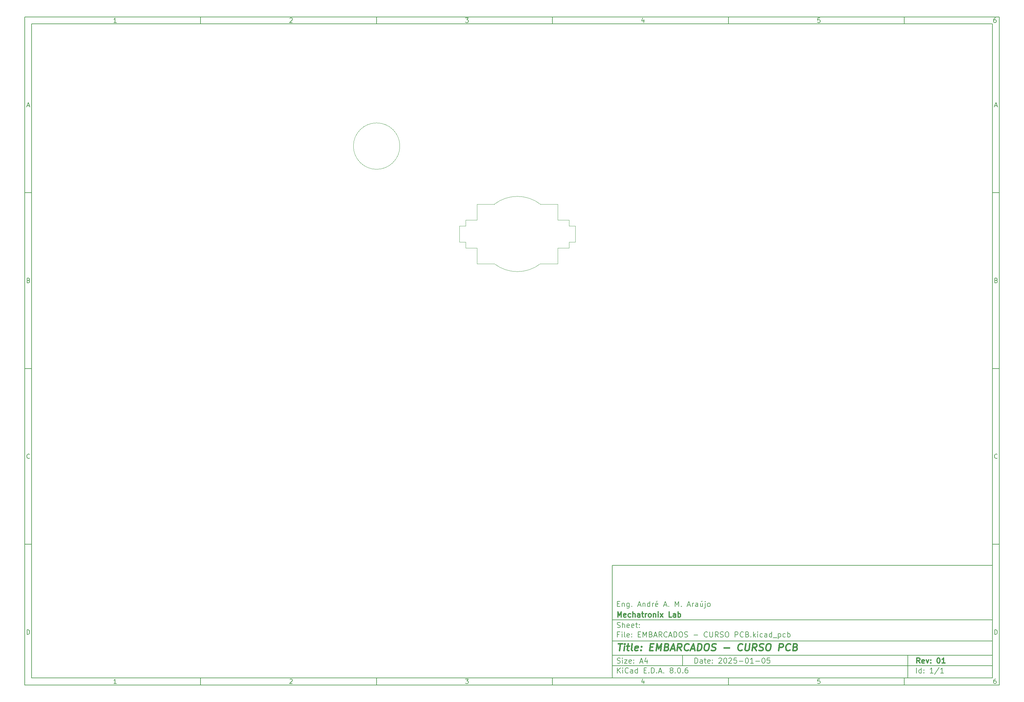
<source format=gbr>
%TF.GenerationSoftware,KiCad,Pcbnew,8.0.6*%
%TF.CreationDate,2025-01-05T13:15:26-03:00*%
%TF.ProjectId,EMBARCADOS - CURSO PCB,454d4241-5243-4414-944f-53202d204355,01*%
%TF.SameCoordinates,Original*%
%TF.FileFunction,Other,User*%
%FSLAX46Y46*%
G04 Gerber Fmt 4.6, Leading zero omitted, Abs format (unit mm)*
G04 Created by KiCad (PCBNEW 8.0.6) date 2025-01-05 13:15:26*
%MOMM*%
%LPD*%
G01*
G04 APERTURE LIST*
%ADD10C,0.100000*%
%ADD11C,0.150000*%
%ADD12C,0.300000*%
%ADD13C,0.400000*%
%ADD14C,0.050000*%
G04 APERTURE END LIST*
D10*
D11*
X177002200Y-166007200D02*
X285002200Y-166007200D01*
X285002200Y-198007200D01*
X177002200Y-198007200D01*
X177002200Y-166007200D01*
D10*
D11*
X10000000Y-10000000D02*
X287002200Y-10000000D01*
X287002200Y-200007200D01*
X10000000Y-200007200D01*
X10000000Y-10000000D01*
D10*
D11*
X12000000Y-12000000D02*
X285002200Y-12000000D01*
X285002200Y-198007200D01*
X12000000Y-198007200D01*
X12000000Y-12000000D01*
D10*
D11*
X60000000Y-12000000D02*
X60000000Y-10000000D01*
D10*
D11*
X110000000Y-12000000D02*
X110000000Y-10000000D01*
D10*
D11*
X160000000Y-12000000D02*
X160000000Y-10000000D01*
D10*
D11*
X210000000Y-12000000D02*
X210000000Y-10000000D01*
D10*
D11*
X260000000Y-12000000D02*
X260000000Y-10000000D01*
D10*
D11*
X36089160Y-11593604D02*
X35346303Y-11593604D01*
X35717731Y-11593604D02*
X35717731Y-10293604D01*
X35717731Y-10293604D02*
X35593922Y-10479319D01*
X35593922Y-10479319D02*
X35470112Y-10603128D01*
X35470112Y-10603128D02*
X35346303Y-10665033D01*
D10*
D11*
X85346303Y-10417414D02*
X85408207Y-10355509D01*
X85408207Y-10355509D02*
X85532017Y-10293604D01*
X85532017Y-10293604D02*
X85841541Y-10293604D01*
X85841541Y-10293604D02*
X85965350Y-10355509D01*
X85965350Y-10355509D02*
X86027255Y-10417414D01*
X86027255Y-10417414D02*
X86089160Y-10541223D01*
X86089160Y-10541223D02*
X86089160Y-10665033D01*
X86089160Y-10665033D02*
X86027255Y-10850747D01*
X86027255Y-10850747D02*
X85284398Y-11593604D01*
X85284398Y-11593604D02*
X86089160Y-11593604D01*
D10*
D11*
X135284398Y-10293604D02*
X136089160Y-10293604D01*
X136089160Y-10293604D02*
X135655826Y-10788842D01*
X135655826Y-10788842D02*
X135841541Y-10788842D01*
X135841541Y-10788842D02*
X135965350Y-10850747D01*
X135965350Y-10850747D02*
X136027255Y-10912652D01*
X136027255Y-10912652D02*
X136089160Y-11036461D01*
X136089160Y-11036461D02*
X136089160Y-11345985D01*
X136089160Y-11345985D02*
X136027255Y-11469795D01*
X136027255Y-11469795D02*
X135965350Y-11531700D01*
X135965350Y-11531700D02*
X135841541Y-11593604D01*
X135841541Y-11593604D02*
X135470112Y-11593604D01*
X135470112Y-11593604D02*
X135346303Y-11531700D01*
X135346303Y-11531700D02*
X135284398Y-11469795D01*
D10*
D11*
X185965350Y-10726938D02*
X185965350Y-11593604D01*
X185655826Y-10231700D02*
X185346303Y-11160271D01*
X185346303Y-11160271D02*
X186151064Y-11160271D01*
D10*
D11*
X236027255Y-10293604D02*
X235408207Y-10293604D01*
X235408207Y-10293604D02*
X235346303Y-10912652D01*
X235346303Y-10912652D02*
X235408207Y-10850747D01*
X235408207Y-10850747D02*
X235532017Y-10788842D01*
X235532017Y-10788842D02*
X235841541Y-10788842D01*
X235841541Y-10788842D02*
X235965350Y-10850747D01*
X235965350Y-10850747D02*
X236027255Y-10912652D01*
X236027255Y-10912652D02*
X236089160Y-11036461D01*
X236089160Y-11036461D02*
X236089160Y-11345985D01*
X236089160Y-11345985D02*
X236027255Y-11469795D01*
X236027255Y-11469795D02*
X235965350Y-11531700D01*
X235965350Y-11531700D02*
X235841541Y-11593604D01*
X235841541Y-11593604D02*
X235532017Y-11593604D01*
X235532017Y-11593604D02*
X235408207Y-11531700D01*
X235408207Y-11531700D02*
X235346303Y-11469795D01*
D10*
D11*
X285965350Y-10293604D02*
X285717731Y-10293604D01*
X285717731Y-10293604D02*
X285593922Y-10355509D01*
X285593922Y-10355509D02*
X285532017Y-10417414D01*
X285532017Y-10417414D02*
X285408207Y-10603128D01*
X285408207Y-10603128D02*
X285346303Y-10850747D01*
X285346303Y-10850747D02*
X285346303Y-11345985D01*
X285346303Y-11345985D02*
X285408207Y-11469795D01*
X285408207Y-11469795D02*
X285470112Y-11531700D01*
X285470112Y-11531700D02*
X285593922Y-11593604D01*
X285593922Y-11593604D02*
X285841541Y-11593604D01*
X285841541Y-11593604D02*
X285965350Y-11531700D01*
X285965350Y-11531700D02*
X286027255Y-11469795D01*
X286027255Y-11469795D02*
X286089160Y-11345985D01*
X286089160Y-11345985D02*
X286089160Y-11036461D01*
X286089160Y-11036461D02*
X286027255Y-10912652D01*
X286027255Y-10912652D02*
X285965350Y-10850747D01*
X285965350Y-10850747D02*
X285841541Y-10788842D01*
X285841541Y-10788842D02*
X285593922Y-10788842D01*
X285593922Y-10788842D02*
X285470112Y-10850747D01*
X285470112Y-10850747D02*
X285408207Y-10912652D01*
X285408207Y-10912652D02*
X285346303Y-11036461D01*
D10*
D11*
X60000000Y-198007200D02*
X60000000Y-200007200D01*
D10*
D11*
X110000000Y-198007200D02*
X110000000Y-200007200D01*
D10*
D11*
X160000000Y-198007200D02*
X160000000Y-200007200D01*
D10*
D11*
X210000000Y-198007200D02*
X210000000Y-200007200D01*
D10*
D11*
X260000000Y-198007200D02*
X260000000Y-200007200D01*
D10*
D11*
X36089160Y-199600804D02*
X35346303Y-199600804D01*
X35717731Y-199600804D02*
X35717731Y-198300804D01*
X35717731Y-198300804D02*
X35593922Y-198486519D01*
X35593922Y-198486519D02*
X35470112Y-198610328D01*
X35470112Y-198610328D02*
X35346303Y-198672233D01*
D10*
D11*
X85346303Y-198424614D02*
X85408207Y-198362709D01*
X85408207Y-198362709D02*
X85532017Y-198300804D01*
X85532017Y-198300804D02*
X85841541Y-198300804D01*
X85841541Y-198300804D02*
X85965350Y-198362709D01*
X85965350Y-198362709D02*
X86027255Y-198424614D01*
X86027255Y-198424614D02*
X86089160Y-198548423D01*
X86089160Y-198548423D02*
X86089160Y-198672233D01*
X86089160Y-198672233D02*
X86027255Y-198857947D01*
X86027255Y-198857947D02*
X85284398Y-199600804D01*
X85284398Y-199600804D02*
X86089160Y-199600804D01*
D10*
D11*
X135284398Y-198300804D02*
X136089160Y-198300804D01*
X136089160Y-198300804D02*
X135655826Y-198796042D01*
X135655826Y-198796042D02*
X135841541Y-198796042D01*
X135841541Y-198796042D02*
X135965350Y-198857947D01*
X135965350Y-198857947D02*
X136027255Y-198919852D01*
X136027255Y-198919852D02*
X136089160Y-199043661D01*
X136089160Y-199043661D02*
X136089160Y-199353185D01*
X136089160Y-199353185D02*
X136027255Y-199476995D01*
X136027255Y-199476995D02*
X135965350Y-199538900D01*
X135965350Y-199538900D02*
X135841541Y-199600804D01*
X135841541Y-199600804D02*
X135470112Y-199600804D01*
X135470112Y-199600804D02*
X135346303Y-199538900D01*
X135346303Y-199538900D02*
X135284398Y-199476995D01*
D10*
D11*
X185965350Y-198734138D02*
X185965350Y-199600804D01*
X185655826Y-198238900D02*
X185346303Y-199167471D01*
X185346303Y-199167471D02*
X186151064Y-199167471D01*
D10*
D11*
X236027255Y-198300804D02*
X235408207Y-198300804D01*
X235408207Y-198300804D02*
X235346303Y-198919852D01*
X235346303Y-198919852D02*
X235408207Y-198857947D01*
X235408207Y-198857947D02*
X235532017Y-198796042D01*
X235532017Y-198796042D02*
X235841541Y-198796042D01*
X235841541Y-198796042D02*
X235965350Y-198857947D01*
X235965350Y-198857947D02*
X236027255Y-198919852D01*
X236027255Y-198919852D02*
X236089160Y-199043661D01*
X236089160Y-199043661D02*
X236089160Y-199353185D01*
X236089160Y-199353185D02*
X236027255Y-199476995D01*
X236027255Y-199476995D02*
X235965350Y-199538900D01*
X235965350Y-199538900D02*
X235841541Y-199600804D01*
X235841541Y-199600804D02*
X235532017Y-199600804D01*
X235532017Y-199600804D02*
X235408207Y-199538900D01*
X235408207Y-199538900D02*
X235346303Y-199476995D01*
D10*
D11*
X285965350Y-198300804D02*
X285717731Y-198300804D01*
X285717731Y-198300804D02*
X285593922Y-198362709D01*
X285593922Y-198362709D02*
X285532017Y-198424614D01*
X285532017Y-198424614D02*
X285408207Y-198610328D01*
X285408207Y-198610328D02*
X285346303Y-198857947D01*
X285346303Y-198857947D02*
X285346303Y-199353185D01*
X285346303Y-199353185D02*
X285408207Y-199476995D01*
X285408207Y-199476995D02*
X285470112Y-199538900D01*
X285470112Y-199538900D02*
X285593922Y-199600804D01*
X285593922Y-199600804D02*
X285841541Y-199600804D01*
X285841541Y-199600804D02*
X285965350Y-199538900D01*
X285965350Y-199538900D02*
X286027255Y-199476995D01*
X286027255Y-199476995D02*
X286089160Y-199353185D01*
X286089160Y-199353185D02*
X286089160Y-199043661D01*
X286089160Y-199043661D02*
X286027255Y-198919852D01*
X286027255Y-198919852D02*
X285965350Y-198857947D01*
X285965350Y-198857947D02*
X285841541Y-198796042D01*
X285841541Y-198796042D02*
X285593922Y-198796042D01*
X285593922Y-198796042D02*
X285470112Y-198857947D01*
X285470112Y-198857947D02*
X285408207Y-198919852D01*
X285408207Y-198919852D02*
X285346303Y-199043661D01*
D10*
D11*
X10000000Y-60000000D02*
X12000000Y-60000000D01*
D10*
D11*
X10000000Y-110000000D02*
X12000000Y-110000000D01*
D10*
D11*
X10000000Y-160000000D02*
X12000000Y-160000000D01*
D10*
D11*
X10690476Y-35222176D02*
X11309523Y-35222176D01*
X10566666Y-35593604D02*
X10999999Y-34293604D01*
X10999999Y-34293604D02*
X11433333Y-35593604D01*
D10*
D11*
X11092857Y-84912652D02*
X11278571Y-84974557D01*
X11278571Y-84974557D02*
X11340476Y-85036461D01*
X11340476Y-85036461D02*
X11402380Y-85160271D01*
X11402380Y-85160271D02*
X11402380Y-85345985D01*
X11402380Y-85345985D02*
X11340476Y-85469795D01*
X11340476Y-85469795D02*
X11278571Y-85531700D01*
X11278571Y-85531700D02*
X11154761Y-85593604D01*
X11154761Y-85593604D02*
X10659523Y-85593604D01*
X10659523Y-85593604D02*
X10659523Y-84293604D01*
X10659523Y-84293604D02*
X11092857Y-84293604D01*
X11092857Y-84293604D02*
X11216666Y-84355509D01*
X11216666Y-84355509D02*
X11278571Y-84417414D01*
X11278571Y-84417414D02*
X11340476Y-84541223D01*
X11340476Y-84541223D02*
X11340476Y-84665033D01*
X11340476Y-84665033D02*
X11278571Y-84788842D01*
X11278571Y-84788842D02*
X11216666Y-84850747D01*
X11216666Y-84850747D02*
X11092857Y-84912652D01*
X11092857Y-84912652D02*
X10659523Y-84912652D01*
D10*
D11*
X11402380Y-135469795D02*
X11340476Y-135531700D01*
X11340476Y-135531700D02*
X11154761Y-135593604D01*
X11154761Y-135593604D02*
X11030952Y-135593604D01*
X11030952Y-135593604D02*
X10845238Y-135531700D01*
X10845238Y-135531700D02*
X10721428Y-135407890D01*
X10721428Y-135407890D02*
X10659523Y-135284080D01*
X10659523Y-135284080D02*
X10597619Y-135036461D01*
X10597619Y-135036461D02*
X10597619Y-134850747D01*
X10597619Y-134850747D02*
X10659523Y-134603128D01*
X10659523Y-134603128D02*
X10721428Y-134479319D01*
X10721428Y-134479319D02*
X10845238Y-134355509D01*
X10845238Y-134355509D02*
X11030952Y-134293604D01*
X11030952Y-134293604D02*
X11154761Y-134293604D01*
X11154761Y-134293604D02*
X11340476Y-134355509D01*
X11340476Y-134355509D02*
X11402380Y-134417414D01*
D10*
D11*
X10659523Y-185593604D02*
X10659523Y-184293604D01*
X10659523Y-184293604D02*
X10969047Y-184293604D01*
X10969047Y-184293604D02*
X11154761Y-184355509D01*
X11154761Y-184355509D02*
X11278571Y-184479319D01*
X11278571Y-184479319D02*
X11340476Y-184603128D01*
X11340476Y-184603128D02*
X11402380Y-184850747D01*
X11402380Y-184850747D02*
X11402380Y-185036461D01*
X11402380Y-185036461D02*
X11340476Y-185284080D01*
X11340476Y-185284080D02*
X11278571Y-185407890D01*
X11278571Y-185407890D02*
X11154761Y-185531700D01*
X11154761Y-185531700D02*
X10969047Y-185593604D01*
X10969047Y-185593604D02*
X10659523Y-185593604D01*
D10*
D11*
X287002200Y-60000000D02*
X285002200Y-60000000D01*
D10*
D11*
X287002200Y-110000000D02*
X285002200Y-110000000D01*
D10*
D11*
X287002200Y-160000000D02*
X285002200Y-160000000D01*
D10*
D11*
X285692676Y-35222176D02*
X286311723Y-35222176D01*
X285568866Y-35593604D02*
X286002199Y-34293604D01*
X286002199Y-34293604D02*
X286435533Y-35593604D01*
D10*
D11*
X286095057Y-84912652D02*
X286280771Y-84974557D01*
X286280771Y-84974557D02*
X286342676Y-85036461D01*
X286342676Y-85036461D02*
X286404580Y-85160271D01*
X286404580Y-85160271D02*
X286404580Y-85345985D01*
X286404580Y-85345985D02*
X286342676Y-85469795D01*
X286342676Y-85469795D02*
X286280771Y-85531700D01*
X286280771Y-85531700D02*
X286156961Y-85593604D01*
X286156961Y-85593604D02*
X285661723Y-85593604D01*
X285661723Y-85593604D02*
X285661723Y-84293604D01*
X285661723Y-84293604D02*
X286095057Y-84293604D01*
X286095057Y-84293604D02*
X286218866Y-84355509D01*
X286218866Y-84355509D02*
X286280771Y-84417414D01*
X286280771Y-84417414D02*
X286342676Y-84541223D01*
X286342676Y-84541223D02*
X286342676Y-84665033D01*
X286342676Y-84665033D02*
X286280771Y-84788842D01*
X286280771Y-84788842D02*
X286218866Y-84850747D01*
X286218866Y-84850747D02*
X286095057Y-84912652D01*
X286095057Y-84912652D02*
X285661723Y-84912652D01*
D10*
D11*
X286404580Y-135469795D02*
X286342676Y-135531700D01*
X286342676Y-135531700D02*
X286156961Y-135593604D01*
X286156961Y-135593604D02*
X286033152Y-135593604D01*
X286033152Y-135593604D02*
X285847438Y-135531700D01*
X285847438Y-135531700D02*
X285723628Y-135407890D01*
X285723628Y-135407890D02*
X285661723Y-135284080D01*
X285661723Y-135284080D02*
X285599819Y-135036461D01*
X285599819Y-135036461D02*
X285599819Y-134850747D01*
X285599819Y-134850747D02*
X285661723Y-134603128D01*
X285661723Y-134603128D02*
X285723628Y-134479319D01*
X285723628Y-134479319D02*
X285847438Y-134355509D01*
X285847438Y-134355509D02*
X286033152Y-134293604D01*
X286033152Y-134293604D02*
X286156961Y-134293604D01*
X286156961Y-134293604D02*
X286342676Y-134355509D01*
X286342676Y-134355509D02*
X286404580Y-134417414D01*
D10*
D11*
X285661723Y-185593604D02*
X285661723Y-184293604D01*
X285661723Y-184293604D02*
X285971247Y-184293604D01*
X285971247Y-184293604D02*
X286156961Y-184355509D01*
X286156961Y-184355509D02*
X286280771Y-184479319D01*
X286280771Y-184479319D02*
X286342676Y-184603128D01*
X286342676Y-184603128D02*
X286404580Y-184850747D01*
X286404580Y-184850747D02*
X286404580Y-185036461D01*
X286404580Y-185036461D02*
X286342676Y-185284080D01*
X286342676Y-185284080D02*
X286280771Y-185407890D01*
X286280771Y-185407890D02*
X286156961Y-185531700D01*
X286156961Y-185531700D02*
X285971247Y-185593604D01*
X285971247Y-185593604D02*
X285661723Y-185593604D01*
D10*
D11*
X200458026Y-193793328D02*
X200458026Y-192293328D01*
X200458026Y-192293328D02*
X200815169Y-192293328D01*
X200815169Y-192293328D02*
X201029455Y-192364757D01*
X201029455Y-192364757D02*
X201172312Y-192507614D01*
X201172312Y-192507614D02*
X201243741Y-192650471D01*
X201243741Y-192650471D02*
X201315169Y-192936185D01*
X201315169Y-192936185D02*
X201315169Y-193150471D01*
X201315169Y-193150471D02*
X201243741Y-193436185D01*
X201243741Y-193436185D02*
X201172312Y-193579042D01*
X201172312Y-193579042D02*
X201029455Y-193721900D01*
X201029455Y-193721900D02*
X200815169Y-193793328D01*
X200815169Y-193793328D02*
X200458026Y-193793328D01*
X202600884Y-193793328D02*
X202600884Y-193007614D01*
X202600884Y-193007614D02*
X202529455Y-192864757D01*
X202529455Y-192864757D02*
X202386598Y-192793328D01*
X202386598Y-192793328D02*
X202100884Y-192793328D01*
X202100884Y-192793328D02*
X201958026Y-192864757D01*
X202600884Y-193721900D02*
X202458026Y-193793328D01*
X202458026Y-193793328D02*
X202100884Y-193793328D01*
X202100884Y-193793328D02*
X201958026Y-193721900D01*
X201958026Y-193721900D02*
X201886598Y-193579042D01*
X201886598Y-193579042D02*
X201886598Y-193436185D01*
X201886598Y-193436185D02*
X201958026Y-193293328D01*
X201958026Y-193293328D02*
X202100884Y-193221900D01*
X202100884Y-193221900D02*
X202458026Y-193221900D01*
X202458026Y-193221900D02*
X202600884Y-193150471D01*
X203100884Y-192793328D02*
X203672312Y-192793328D01*
X203315169Y-192293328D02*
X203315169Y-193579042D01*
X203315169Y-193579042D02*
X203386598Y-193721900D01*
X203386598Y-193721900D02*
X203529455Y-193793328D01*
X203529455Y-193793328D02*
X203672312Y-193793328D01*
X204743741Y-193721900D02*
X204600884Y-193793328D01*
X204600884Y-193793328D02*
X204315170Y-193793328D01*
X204315170Y-193793328D02*
X204172312Y-193721900D01*
X204172312Y-193721900D02*
X204100884Y-193579042D01*
X204100884Y-193579042D02*
X204100884Y-193007614D01*
X204100884Y-193007614D02*
X204172312Y-192864757D01*
X204172312Y-192864757D02*
X204315170Y-192793328D01*
X204315170Y-192793328D02*
X204600884Y-192793328D01*
X204600884Y-192793328D02*
X204743741Y-192864757D01*
X204743741Y-192864757D02*
X204815170Y-193007614D01*
X204815170Y-193007614D02*
X204815170Y-193150471D01*
X204815170Y-193150471D02*
X204100884Y-193293328D01*
X205458026Y-193650471D02*
X205529455Y-193721900D01*
X205529455Y-193721900D02*
X205458026Y-193793328D01*
X205458026Y-193793328D02*
X205386598Y-193721900D01*
X205386598Y-193721900D02*
X205458026Y-193650471D01*
X205458026Y-193650471D02*
X205458026Y-193793328D01*
X205458026Y-192864757D02*
X205529455Y-192936185D01*
X205529455Y-192936185D02*
X205458026Y-193007614D01*
X205458026Y-193007614D02*
X205386598Y-192936185D01*
X205386598Y-192936185D02*
X205458026Y-192864757D01*
X205458026Y-192864757D02*
X205458026Y-193007614D01*
X207243741Y-192436185D02*
X207315169Y-192364757D01*
X207315169Y-192364757D02*
X207458027Y-192293328D01*
X207458027Y-192293328D02*
X207815169Y-192293328D01*
X207815169Y-192293328D02*
X207958027Y-192364757D01*
X207958027Y-192364757D02*
X208029455Y-192436185D01*
X208029455Y-192436185D02*
X208100884Y-192579042D01*
X208100884Y-192579042D02*
X208100884Y-192721900D01*
X208100884Y-192721900D02*
X208029455Y-192936185D01*
X208029455Y-192936185D02*
X207172312Y-193793328D01*
X207172312Y-193793328D02*
X208100884Y-193793328D01*
X209029455Y-192293328D02*
X209172312Y-192293328D01*
X209172312Y-192293328D02*
X209315169Y-192364757D01*
X209315169Y-192364757D02*
X209386598Y-192436185D01*
X209386598Y-192436185D02*
X209458026Y-192579042D01*
X209458026Y-192579042D02*
X209529455Y-192864757D01*
X209529455Y-192864757D02*
X209529455Y-193221900D01*
X209529455Y-193221900D02*
X209458026Y-193507614D01*
X209458026Y-193507614D02*
X209386598Y-193650471D01*
X209386598Y-193650471D02*
X209315169Y-193721900D01*
X209315169Y-193721900D02*
X209172312Y-193793328D01*
X209172312Y-193793328D02*
X209029455Y-193793328D01*
X209029455Y-193793328D02*
X208886598Y-193721900D01*
X208886598Y-193721900D02*
X208815169Y-193650471D01*
X208815169Y-193650471D02*
X208743740Y-193507614D01*
X208743740Y-193507614D02*
X208672312Y-193221900D01*
X208672312Y-193221900D02*
X208672312Y-192864757D01*
X208672312Y-192864757D02*
X208743740Y-192579042D01*
X208743740Y-192579042D02*
X208815169Y-192436185D01*
X208815169Y-192436185D02*
X208886598Y-192364757D01*
X208886598Y-192364757D02*
X209029455Y-192293328D01*
X210100883Y-192436185D02*
X210172311Y-192364757D01*
X210172311Y-192364757D02*
X210315169Y-192293328D01*
X210315169Y-192293328D02*
X210672311Y-192293328D01*
X210672311Y-192293328D02*
X210815169Y-192364757D01*
X210815169Y-192364757D02*
X210886597Y-192436185D01*
X210886597Y-192436185D02*
X210958026Y-192579042D01*
X210958026Y-192579042D02*
X210958026Y-192721900D01*
X210958026Y-192721900D02*
X210886597Y-192936185D01*
X210886597Y-192936185D02*
X210029454Y-193793328D01*
X210029454Y-193793328D02*
X210958026Y-193793328D01*
X212315168Y-192293328D02*
X211600882Y-192293328D01*
X211600882Y-192293328D02*
X211529454Y-193007614D01*
X211529454Y-193007614D02*
X211600882Y-192936185D01*
X211600882Y-192936185D02*
X211743740Y-192864757D01*
X211743740Y-192864757D02*
X212100882Y-192864757D01*
X212100882Y-192864757D02*
X212243740Y-192936185D01*
X212243740Y-192936185D02*
X212315168Y-193007614D01*
X212315168Y-193007614D02*
X212386597Y-193150471D01*
X212386597Y-193150471D02*
X212386597Y-193507614D01*
X212386597Y-193507614D02*
X212315168Y-193650471D01*
X212315168Y-193650471D02*
X212243740Y-193721900D01*
X212243740Y-193721900D02*
X212100882Y-193793328D01*
X212100882Y-193793328D02*
X211743740Y-193793328D01*
X211743740Y-193793328D02*
X211600882Y-193721900D01*
X211600882Y-193721900D02*
X211529454Y-193650471D01*
X213029453Y-193221900D02*
X214172311Y-193221900D01*
X215172311Y-192293328D02*
X215315168Y-192293328D01*
X215315168Y-192293328D02*
X215458025Y-192364757D01*
X215458025Y-192364757D02*
X215529454Y-192436185D01*
X215529454Y-192436185D02*
X215600882Y-192579042D01*
X215600882Y-192579042D02*
X215672311Y-192864757D01*
X215672311Y-192864757D02*
X215672311Y-193221900D01*
X215672311Y-193221900D02*
X215600882Y-193507614D01*
X215600882Y-193507614D02*
X215529454Y-193650471D01*
X215529454Y-193650471D02*
X215458025Y-193721900D01*
X215458025Y-193721900D02*
X215315168Y-193793328D01*
X215315168Y-193793328D02*
X215172311Y-193793328D01*
X215172311Y-193793328D02*
X215029454Y-193721900D01*
X215029454Y-193721900D02*
X214958025Y-193650471D01*
X214958025Y-193650471D02*
X214886596Y-193507614D01*
X214886596Y-193507614D02*
X214815168Y-193221900D01*
X214815168Y-193221900D02*
X214815168Y-192864757D01*
X214815168Y-192864757D02*
X214886596Y-192579042D01*
X214886596Y-192579042D02*
X214958025Y-192436185D01*
X214958025Y-192436185D02*
X215029454Y-192364757D01*
X215029454Y-192364757D02*
X215172311Y-192293328D01*
X217100882Y-193793328D02*
X216243739Y-193793328D01*
X216672310Y-193793328D02*
X216672310Y-192293328D01*
X216672310Y-192293328D02*
X216529453Y-192507614D01*
X216529453Y-192507614D02*
X216386596Y-192650471D01*
X216386596Y-192650471D02*
X216243739Y-192721900D01*
X217743738Y-193221900D02*
X218886596Y-193221900D01*
X219886596Y-192293328D02*
X220029453Y-192293328D01*
X220029453Y-192293328D02*
X220172310Y-192364757D01*
X220172310Y-192364757D02*
X220243739Y-192436185D01*
X220243739Y-192436185D02*
X220315167Y-192579042D01*
X220315167Y-192579042D02*
X220386596Y-192864757D01*
X220386596Y-192864757D02*
X220386596Y-193221900D01*
X220386596Y-193221900D02*
X220315167Y-193507614D01*
X220315167Y-193507614D02*
X220243739Y-193650471D01*
X220243739Y-193650471D02*
X220172310Y-193721900D01*
X220172310Y-193721900D02*
X220029453Y-193793328D01*
X220029453Y-193793328D02*
X219886596Y-193793328D01*
X219886596Y-193793328D02*
X219743739Y-193721900D01*
X219743739Y-193721900D02*
X219672310Y-193650471D01*
X219672310Y-193650471D02*
X219600881Y-193507614D01*
X219600881Y-193507614D02*
X219529453Y-193221900D01*
X219529453Y-193221900D02*
X219529453Y-192864757D01*
X219529453Y-192864757D02*
X219600881Y-192579042D01*
X219600881Y-192579042D02*
X219672310Y-192436185D01*
X219672310Y-192436185D02*
X219743739Y-192364757D01*
X219743739Y-192364757D02*
X219886596Y-192293328D01*
X221743738Y-192293328D02*
X221029452Y-192293328D01*
X221029452Y-192293328D02*
X220958024Y-193007614D01*
X220958024Y-193007614D02*
X221029452Y-192936185D01*
X221029452Y-192936185D02*
X221172310Y-192864757D01*
X221172310Y-192864757D02*
X221529452Y-192864757D01*
X221529452Y-192864757D02*
X221672310Y-192936185D01*
X221672310Y-192936185D02*
X221743738Y-193007614D01*
X221743738Y-193007614D02*
X221815167Y-193150471D01*
X221815167Y-193150471D02*
X221815167Y-193507614D01*
X221815167Y-193507614D02*
X221743738Y-193650471D01*
X221743738Y-193650471D02*
X221672310Y-193721900D01*
X221672310Y-193721900D02*
X221529452Y-193793328D01*
X221529452Y-193793328D02*
X221172310Y-193793328D01*
X221172310Y-193793328D02*
X221029452Y-193721900D01*
X221029452Y-193721900D02*
X220958024Y-193650471D01*
D10*
D11*
X177002200Y-194507200D02*
X285002200Y-194507200D01*
D10*
D11*
X178458026Y-196593328D02*
X178458026Y-195093328D01*
X179315169Y-196593328D02*
X178672312Y-195736185D01*
X179315169Y-195093328D02*
X178458026Y-195950471D01*
X179958026Y-196593328D02*
X179958026Y-195593328D01*
X179958026Y-195093328D02*
X179886598Y-195164757D01*
X179886598Y-195164757D02*
X179958026Y-195236185D01*
X179958026Y-195236185D02*
X180029455Y-195164757D01*
X180029455Y-195164757D02*
X179958026Y-195093328D01*
X179958026Y-195093328D02*
X179958026Y-195236185D01*
X181529455Y-196450471D02*
X181458027Y-196521900D01*
X181458027Y-196521900D02*
X181243741Y-196593328D01*
X181243741Y-196593328D02*
X181100884Y-196593328D01*
X181100884Y-196593328D02*
X180886598Y-196521900D01*
X180886598Y-196521900D02*
X180743741Y-196379042D01*
X180743741Y-196379042D02*
X180672312Y-196236185D01*
X180672312Y-196236185D02*
X180600884Y-195950471D01*
X180600884Y-195950471D02*
X180600884Y-195736185D01*
X180600884Y-195736185D02*
X180672312Y-195450471D01*
X180672312Y-195450471D02*
X180743741Y-195307614D01*
X180743741Y-195307614D02*
X180886598Y-195164757D01*
X180886598Y-195164757D02*
X181100884Y-195093328D01*
X181100884Y-195093328D02*
X181243741Y-195093328D01*
X181243741Y-195093328D02*
X181458027Y-195164757D01*
X181458027Y-195164757D02*
X181529455Y-195236185D01*
X182815170Y-196593328D02*
X182815170Y-195807614D01*
X182815170Y-195807614D02*
X182743741Y-195664757D01*
X182743741Y-195664757D02*
X182600884Y-195593328D01*
X182600884Y-195593328D02*
X182315170Y-195593328D01*
X182315170Y-195593328D02*
X182172312Y-195664757D01*
X182815170Y-196521900D02*
X182672312Y-196593328D01*
X182672312Y-196593328D02*
X182315170Y-196593328D01*
X182315170Y-196593328D02*
X182172312Y-196521900D01*
X182172312Y-196521900D02*
X182100884Y-196379042D01*
X182100884Y-196379042D02*
X182100884Y-196236185D01*
X182100884Y-196236185D02*
X182172312Y-196093328D01*
X182172312Y-196093328D02*
X182315170Y-196021900D01*
X182315170Y-196021900D02*
X182672312Y-196021900D01*
X182672312Y-196021900D02*
X182815170Y-195950471D01*
X184172313Y-196593328D02*
X184172313Y-195093328D01*
X184172313Y-196521900D02*
X184029455Y-196593328D01*
X184029455Y-196593328D02*
X183743741Y-196593328D01*
X183743741Y-196593328D02*
X183600884Y-196521900D01*
X183600884Y-196521900D02*
X183529455Y-196450471D01*
X183529455Y-196450471D02*
X183458027Y-196307614D01*
X183458027Y-196307614D02*
X183458027Y-195879042D01*
X183458027Y-195879042D02*
X183529455Y-195736185D01*
X183529455Y-195736185D02*
X183600884Y-195664757D01*
X183600884Y-195664757D02*
X183743741Y-195593328D01*
X183743741Y-195593328D02*
X184029455Y-195593328D01*
X184029455Y-195593328D02*
X184172313Y-195664757D01*
X186029455Y-195807614D02*
X186529455Y-195807614D01*
X186743741Y-196593328D02*
X186029455Y-196593328D01*
X186029455Y-196593328D02*
X186029455Y-195093328D01*
X186029455Y-195093328D02*
X186743741Y-195093328D01*
X187386598Y-196450471D02*
X187458027Y-196521900D01*
X187458027Y-196521900D02*
X187386598Y-196593328D01*
X187386598Y-196593328D02*
X187315170Y-196521900D01*
X187315170Y-196521900D02*
X187386598Y-196450471D01*
X187386598Y-196450471D02*
X187386598Y-196593328D01*
X188100884Y-196593328D02*
X188100884Y-195093328D01*
X188100884Y-195093328D02*
X188458027Y-195093328D01*
X188458027Y-195093328D02*
X188672313Y-195164757D01*
X188672313Y-195164757D02*
X188815170Y-195307614D01*
X188815170Y-195307614D02*
X188886599Y-195450471D01*
X188886599Y-195450471D02*
X188958027Y-195736185D01*
X188958027Y-195736185D02*
X188958027Y-195950471D01*
X188958027Y-195950471D02*
X188886599Y-196236185D01*
X188886599Y-196236185D02*
X188815170Y-196379042D01*
X188815170Y-196379042D02*
X188672313Y-196521900D01*
X188672313Y-196521900D02*
X188458027Y-196593328D01*
X188458027Y-196593328D02*
X188100884Y-196593328D01*
X189600884Y-196450471D02*
X189672313Y-196521900D01*
X189672313Y-196521900D02*
X189600884Y-196593328D01*
X189600884Y-196593328D02*
X189529456Y-196521900D01*
X189529456Y-196521900D02*
X189600884Y-196450471D01*
X189600884Y-196450471D02*
X189600884Y-196593328D01*
X190243742Y-196164757D02*
X190958028Y-196164757D01*
X190100885Y-196593328D02*
X190600885Y-195093328D01*
X190600885Y-195093328D02*
X191100885Y-196593328D01*
X191600884Y-196450471D02*
X191672313Y-196521900D01*
X191672313Y-196521900D02*
X191600884Y-196593328D01*
X191600884Y-196593328D02*
X191529456Y-196521900D01*
X191529456Y-196521900D02*
X191600884Y-196450471D01*
X191600884Y-196450471D02*
X191600884Y-196593328D01*
X193672313Y-195736185D02*
X193529456Y-195664757D01*
X193529456Y-195664757D02*
X193458027Y-195593328D01*
X193458027Y-195593328D02*
X193386599Y-195450471D01*
X193386599Y-195450471D02*
X193386599Y-195379042D01*
X193386599Y-195379042D02*
X193458027Y-195236185D01*
X193458027Y-195236185D02*
X193529456Y-195164757D01*
X193529456Y-195164757D02*
X193672313Y-195093328D01*
X193672313Y-195093328D02*
X193958027Y-195093328D01*
X193958027Y-195093328D02*
X194100885Y-195164757D01*
X194100885Y-195164757D02*
X194172313Y-195236185D01*
X194172313Y-195236185D02*
X194243742Y-195379042D01*
X194243742Y-195379042D02*
X194243742Y-195450471D01*
X194243742Y-195450471D02*
X194172313Y-195593328D01*
X194172313Y-195593328D02*
X194100885Y-195664757D01*
X194100885Y-195664757D02*
X193958027Y-195736185D01*
X193958027Y-195736185D02*
X193672313Y-195736185D01*
X193672313Y-195736185D02*
X193529456Y-195807614D01*
X193529456Y-195807614D02*
X193458027Y-195879042D01*
X193458027Y-195879042D02*
X193386599Y-196021900D01*
X193386599Y-196021900D02*
X193386599Y-196307614D01*
X193386599Y-196307614D02*
X193458027Y-196450471D01*
X193458027Y-196450471D02*
X193529456Y-196521900D01*
X193529456Y-196521900D02*
X193672313Y-196593328D01*
X193672313Y-196593328D02*
X193958027Y-196593328D01*
X193958027Y-196593328D02*
X194100885Y-196521900D01*
X194100885Y-196521900D02*
X194172313Y-196450471D01*
X194172313Y-196450471D02*
X194243742Y-196307614D01*
X194243742Y-196307614D02*
X194243742Y-196021900D01*
X194243742Y-196021900D02*
X194172313Y-195879042D01*
X194172313Y-195879042D02*
X194100885Y-195807614D01*
X194100885Y-195807614D02*
X193958027Y-195736185D01*
X194886598Y-196450471D02*
X194958027Y-196521900D01*
X194958027Y-196521900D02*
X194886598Y-196593328D01*
X194886598Y-196593328D02*
X194815170Y-196521900D01*
X194815170Y-196521900D02*
X194886598Y-196450471D01*
X194886598Y-196450471D02*
X194886598Y-196593328D01*
X195886599Y-195093328D02*
X196029456Y-195093328D01*
X196029456Y-195093328D02*
X196172313Y-195164757D01*
X196172313Y-195164757D02*
X196243742Y-195236185D01*
X196243742Y-195236185D02*
X196315170Y-195379042D01*
X196315170Y-195379042D02*
X196386599Y-195664757D01*
X196386599Y-195664757D02*
X196386599Y-196021900D01*
X196386599Y-196021900D02*
X196315170Y-196307614D01*
X196315170Y-196307614D02*
X196243742Y-196450471D01*
X196243742Y-196450471D02*
X196172313Y-196521900D01*
X196172313Y-196521900D02*
X196029456Y-196593328D01*
X196029456Y-196593328D02*
X195886599Y-196593328D01*
X195886599Y-196593328D02*
X195743742Y-196521900D01*
X195743742Y-196521900D02*
X195672313Y-196450471D01*
X195672313Y-196450471D02*
X195600884Y-196307614D01*
X195600884Y-196307614D02*
X195529456Y-196021900D01*
X195529456Y-196021900D02*
X195529456Y-195664757D01*
X195529456Y-195664757D02*
X195600884Y-195379042D01*
X195600884Y-195379042D02*
X195672313Y-195236185D01*
X195672313Y-195236185D02*
X195743742Y-195164757D01*
X195743742Y-195164757D02*
X195886599Y-195093328D01*
X197029455Y-196450471D02*
X197100884Y-196521900D01*
X197100884Y-196521900D02*
X197029455Y-196593328D01*
X197029455Y-196593328D02*
X196958027Y-196521900D01*
X196958027Y-196521900D02*
X197029455Y-196450471D01*
X197029455Y-196450471D02*
X197029455Y-196593328D01*
X198386599Y-195093328D02*
X198100884Y-195093328D01*
X198100884Y-195093328D02*
X197958027Y-195164757D01*
X197958027Y-195164757D02*
X197886599Y-195236185D01*
X197886599Y-195236185D02*
X197743741Y-195450471D01*
X197743741Y-195450471D02*
X197672313Y-195736185D01*
X197672313Y-195736185D02*
X197672313Y-196307614D01*
X197672313Y-196307614D02*
X197743741Y-196450471D01*
X197743741Y-196450471D02*
X197815170Y-196521900D01*
X197815170Y-196521900D02*
X197958027Y-196593328D01*
X197958027Y-196593328D02*
X198243741Y-196593328D01*
X198243741Y-196593328D02*
X198386599Y-196521900D01*
X198386599Y-196521900D02*
X198458027Y-196450471D01*
X198458027Y-196450471D02*
X198529456Y-196307614D01*
X198529456Y-196307614D02*
X198529456Y-195950471D01*
X198529456Y-195950471D02*
X198458027Y-195807614D01*
X198458027Y-195807614D02*
X198386599Y-195736185D01*
X198386599Y-195736185D02*
X198243741Y-195664757D01*
X198243741Y-195664757D02*
X197958027Y-195664757D01*
X197958027Y-195664757D02*
X197815170Y-195736185D01*
X197815170Y-195736185D02*
X197743741Y-195807614D01*
X197743741Y-195807614D02*
X197672313Y-195950471D01*
D10*
D11*
X177002200Y-191507200D02*
X285002200Y-191507200D01*
D10*
D12*
X264413853Y-193785528D02*
X263913853Y-193071242D01*
X263556710Y-193785528D02*
X263556710Y-192285528D01*
X263556710Y-192285528D02*
X264128139Y-192285528D01*
X264128139Y-192285528D02*
X264270996Y-192356957D01*
X264270996Y-192356957D02*
X264342425Y-192428385D01*
X264342425Y-192428385D02*
X264413853Y-192571242D01*
X264413853Y-192571242D02*
X264413853Y-192785528D01*
X264413853Y-192785528D02*
X264342425Y-192928385D01*
X264342425Y-192928385D02*
X264270996Y-192999814D01*
X264270996Y-192999814D02*
X264128139Y-193071242D01*
X264128139Y-193071242D02*
X263556710Y-193071242D01*
X265628139Y-193714100D02*
X265485282Y-193785528D01*
X265485282Y-193785528D02*
X265199568Y-193785528D01*
X265199568Y-193785528D02*
X265056710Y-193714100D01*
X265056710Y-193714100D02*
X264985282Y-193571242D01*
X264985282Y-193571242D02*
X264985282Y-192999814D01*
X264985282Y-192999814D02*
X265056710Y-192856957D01*
X265056710Y-192856957D02*
X265199568Y-192785528D01*
X265199568Y-192785528D02*
X265485282Y-192785528D01*
X265485282Y-192785528D02*
X265628139Y-192856957D01*
X265628139Y-192856957D02*
X265699568Y-192999814D01*
X265699568Y-192999814D02*
X265699568Y-193142671D01*
X265699568Y-193142671D02*
X264985282Y-193285528D01*
X266199567Y-192785528D02*
X266556710Y-193785528D01*
X266556710Y-193785528D02*
X266913853Y-192785528D01*
X267485281Y-193642671D02*
X267556710Y-193714100D01*
X267556710Y-193714100D02*
X267485281Y-193785528D01*
X267485281Y-193785528D02*
X267413853Y-193714100D01*
X267413853Y-193714100D02*
X267485281Y-193642671D01*
X267485281Y-193642671D02*
X267485281Y-193785528D01*
X267485281Y-192856957D02*
X267556710Y-192928385D01*
X267556710Y-192928385D02*
X267485281Y-192999814D01*
X267485281Y-192999814D02*
X267413853Y-192928385D01*
X267413853Y-192928385D02*
X267485281Y-192856957D01*
X267485281Y-192856957D02*
X267485281Y-192999814D01*
X269628139Y-192285528D02*
X269770996Y-192285528D01*
X269770996Y-192285528D02*
X269913853Y-192356957D01*
X269913853Y-192356957D02*
X269985282Y-192428385D01*
X269985282Y-192428385D02*
X270056710Y-192571242D01*
X270056710Y-192571242D02*
X270128139Y-192856957D01*
X270128139Y-192856957D02*
X270128139Y-193214100D01*
X270128139Y-193214100D02*
X270056710Y-193499814D01*
X270056710Y-193499814D02*
X269985282Y-193642671D01*
X269985282Y-193642671D02*
X269913853Y-193714100D01*
X269913853Y-193714100D02*
X269770996Y-193785528D01*
X269770996Y-193785528D02*
X269628139Y-193785528D01*
X269628139Y-193785528D02*
X269485282Y-193714100D01*
X269485282Y-193714100D02*
X269413853Y-193642671D01*
X269413853Y-193642671D02*
X269342424Y-193499814D01*
X269342424Y-193499814D02*
X269270996Y-193214100D01*
X269270996Y-193214100D02*
X269270996Y-192856957D01*
X269270996Y-192856957D02*
X269342424Y-192571242D01*
X269342424Y-192571242D02*
X269413853Y-192428385D01*
X269413853Y-192428385D02*
X269485282Y-192356957D01*
X269485282Y-192356957D02*
X269628139Y-192285528D01*
X271556710Y-193785528D02*
X270699567Y-193785528D01*
X271128138Y-193785528D02*
X271128138Y-192285528D01*
X271128138Y-192285528D02*
X270985281Y-192499814D01*
X270985281Y-192499814D02*
X270842424Y-192642671D01*
X270842424Y-192642671D02*
X270699567Y-192714100D01*
D10*
D11*
X178386598Y-193721900D02*
X178600884Y-193793328D01*
X178600884Y-193793328D02*
X178958026Y-193793328D01*
X178958026Y-193793328D02*
X179100884Y-193721900D01*
X179100884Y-193721900D02*
X179172312Y-193650471D01*
X179172312Y-193650471D02*
X179243741Y-193507614D01*
X179243741Y-193507614D02*
X179243741Y-193364757D01*
X179243741Y-193364757D02*
X179172312Y-193221900D01*
X179172312Y-193221900D02*
X179100884Y-193150471D01*
X179100884Y-193150471D02*
X178958026Y-193079042D01*
X178958026Y-193079042D02*
X178672312Y-193007614D01*
X178672312Y-193007614D02*
X178529455Y-192936185D01*
X178529455Y-192936185D02*
X178458026Y-192864757D01*
X178458026Y-192864757D02*
X178386598Y-192721900D01*
X178386598Y-192721900D02*
X178386598Y-192579042D01*
X178386598Y-192579042D02*
X178458026Y-192436185D01*
X178458026Y-192436185D02*
X178529455Y-192364757D01*
X178529455Y-192364757D02*
X178672312Y-192293328D01*
X178672312Y-192293328D02*
X179029455Y-192293328D01*
X179029455Y-192293328D02*
X179243741Y-192364757D01*
X179886597Y-193793328D02*
X179886597Y-192793328D01*
X179886597Y-192293328D02*
X179815169Y-192364757D01*
X179815169Y-192364757D02*
X179886597Y-192436185D01*
X179886597Y-192436185D02*
X179958026Y-192364757D01*
X179958026Y-192364757D02*
X179886597Y-192293328D01*
X179886597Y-192293328D02*
X179886597Y-192436185D01*
X180458026Y-192793328D02*
X181243741Y-192793328D01*
X181243741Y-192793328D02*
X180458026Y-193793328D01*
X180458026Y-193793328D02*
X181243741Y-193793328D01*
X182386598Y-193721900D02*
X182243741Y-193793328D01*
X182243741Y-193793328D02*
X181958027Y-193793328D01*
X181958027Y-193793328D02*
X181815169Y-193721900D01*
X181815169Y-193721900D02*
X181743741Y-193579042D01*
X181743741Y-193579042D02*
X181743741Y-193007614D01*
X181743741Y-193007614D02*
X181815169Y-192864757D01*
X181815169Y-192864757D02*
X181958027Y-192793328D01*
X181958027Y-192793328D02*
X182243741Y-192793328D01*
X182243741Y-192793328D02*
X182386598Y-192864757D01*
X182386598Y-192864757D02*
X182458027Y-193007614D01*
X182458027Y-193007614D02*
X182458027Y-193150471D01*
X182458027Y-193150471D02*
X181743741Y-193293328D01*
X183100883Y-193650471D02*
X183172312Y-193721900D01*
X183172312Y-193721900D02*
X183100883Y-193793328D01*
X183100883Y-193793328D02*
X183029455Y-193721900D01*
X183029455Y-193721900D02*
X183100883Y-193650471D01*
X183100883Y-193650471D02*
X183100883Y-193793328D01*
X183100883Y-192864757D02*
X183172312Y-192936185D01*
X183172312Y-192936185D02*
X183100883Y-193007614D01*
X183100883Y-193007614D02*
X183029455Y-192936185D01*
X183029455Y-192936185D02*
X183100883Y-192864757D01*
X183100883Y-192864757D02*
X183100883Y-193007614D01*
X184886598Y-193364757D02*
X185600884Y-193364757D01*
X184743741Y-193793328D02*
X185243741Y-192293328D01*
X185243741Y-192293328D02*
X185743741Y-193793328D01*
X186886598Y-192793328D02*
X186886598Y-193793328D01*
X186529455Y-192221900D02*
X186172312Y-193293328D01*
X186172312Y-193293328D02*
X187100883Y-193293328D01*
D10*
D11*
X263458026Y-196593328D02*
X263458026Y-195093328D01*
X264815170Y-196593328D02*
X264815170Y-195093328D01*
X264815170Y-196521900D02*
X264672312Y-196593328D01*
X264672312Y-196593328D02*
X264386598Y-196593328D01*
X264386598Y-196593328D02*
X264243741Y-196521900D01*
X264243741Y-196521900D02*
X264172312Y-196450471D01*
X264172312Y-196450471D02*
X264100884Y-196307614D01*
X264100884Y-196307614D02*
X264100884Y-195879042D01*
X264100884Y-195879042D02*
X264172312Y-195736185D01*
X264172312Y-195736185D02*
X264243741Y-195664757D01*
X264243741Y-195664757D02*
X264386598Y-195593328D01*
X264386598Y-195593328D02*
X264672312Y-195593328D01*
X264672312Y-195593328D02*
X264815170Y-195664757D01*
X265529455Y-196450471D02*
X265600884Y-196521900D01*
X265600884Y-196521900D02*
X265529455Y-196593328D01*
X265529455Y-196593328D02*
X265458027Y-196521900D01*
X265458027Y-196521900D02*
X265529455Y-196450471D01*
X265529455Y-196450471D02*
X265529455Y-196593328D01*
X265529455Y-195664757D02*
X265600884Y-195736185D01*
X265600884Y-195736185D02*
X265529455Y-195807614D01*
X265529455Y-195807614D02*
X265458027Y-195736185D01*
X265458027Y-195736185D02*
X265529455Y-195664757D01*
X265529455Y-195664757D02*
X265529455Y-195807614D01*
X268172313Y-196593328D02*
X267315170Y-196593328D01*
X267743741Y-196593328D02*
X267743741Y-195093328D01*
X267743741Y-195093328D02*
X267600884Y-195307614D01*
X267600884Y-195307614D02*
X267458027Y-195450471D01*
X267458027Y-195450471D02*
X267315170Y-195521900D01*
X269886598Y-195021900D02*
X268600884Y-196950471D01*
X271172313Y-196593328D02*
X270315170Y-196593328D01*
X270743741Y-196593328D02*
X270743741Y-195093328D01*
X270743741Y-195093328D02*
X270600884Y-195307614D01*
X270600884Y-195307614D02*
X270458027Y-195450471D01*
X270458027Y-195450471D02*
X270315170Y-195521900D01*
D10*
D11*
X177002200Y-187507200D02*
X285002200Y-187507200D01*
D10*
D13*
X178693928Y-188211638D02*
X179836785Y-188211638D01*
X179015357Y-190211638D02*
X179265357Y-188211638D01*
X180253452Y-190211638D02*
X180420119Y-188878304D01*
X180503452Y-188211638D02*
X180396309Y-188306876D01*
X180396309Y-188306876D02*
X180479643Y-188402114D01*
X180479643Y-188402114D02*
X180586786Y-188306876D01*
X180586786Y-188306876D02*
X180503452Y-188211638D01*
X180503452Y-188211638D02*
X180479643Y-188402114D01*
X181086786Y-188878304D02*
X181848690Y-188878304D01*
X181455833Y-188211638D02*
X181241548Y-189925923D01*
X181241548Y-189925923D02*
X181312976Y-190116400D01*
X181312976Y-190116400D02*
X181491548Y-190211638D01*
X181491548Y-190211638D02*
X181682024Y-190211638D01*
X182634405Y-190211638D02*
X182455833Y-190116400D01*
X182455833Y-190116400D02*
X182384405Y-189925923D01*
X182384405Y-189925923D02*
X182598690Y-188211638D01*
X184170119Y-190116400D02*
X183967738Y-190211638D01*
X183967738Y-190211638D02*
X183586785Y-190211638D01*
X183586785Y-190211638D02*
X183408214Y-190116400D01*
X183408214Y-190116400D02*
X183336785Y-189925923D01*
X183336785Y-189925923D02*
X183432024Y-189164019D01*
X183432024Y-189164019D02*
X183551071Y-188973542D01*
X183551071Y-188973542D02*
X183753452Y-188878304D01*
X183753452Y-188878304D02*
X184134404Y-188878304D01*
X184134404Y-188878304D02*
X184312976Y-188973542D01*
X184312976Y-188973542D02*
X184384404Y-189164019D01*
X184384404Y-189164019D02*
X184360595Y-189354495D01*
X184360595Y-189354495D02*
X183384404Y-189544971D01*
X185134405Y-190021161D02*
X185217738Y-190116400D01*
X185217738Y-190116400D02*
X185110595Y-190211638D01*
X185110595Y-190211638D02*
X185027262Y-190116400D01*
X185027262Y-190116400D02*
X185134405Y-190021161D01*
X185134405Y-190021161D02*
X185110595Y-190211638D01*
X185265357Y-188973542D02*
X185348690Y-189068780D01*
X185348690Y-189068780D02*
X185241548Y-189164019D01*
X185241548Y-189164019D02*
X185158214Y-189068780D01*
X185158214Y-189068780D02*
X185265357Y-188973542D01*
X185265357Y-188973542D02*
X185241548Y-189164019D01*
X187717739Y-189164019D02*
X188384405Y-189164019D01*
X188539167Y-190211638D02*
X187586786Y-190211638D01*
X187586786Y-190211638D02*
X187836786Y-188211638D01*
X187836786Y-188211638D02*
X188789167Y-188211638D01*
X189396310Y-190211638D02*
X189646310Y-188211638D01*
X189646310Y-188211638D02*
X190134405Y-189640209D01*
X190134405Y-189640209D02*
X190979644Y-188211638D01*
X190979644Y-188211638D02*
X190729644Y-190211638D01*
X192479643Y-189164019D02*
X192753453Y-189259257D01*
X192753453Y-189259257D02*
X192836786Y-189354495D01*
X192836786Y-189354495D02*
X192908215Y-189544971D01*
X192908215Y-189544971D02*
X192872500Y-189830685D01*
X192872500Y-189830685D02*
X192753453Y-190021161D01*
X192753453Y-190021161D02*
X192646310Y-190116400D01*
X192646310Y-190116400D02*
X192443929Y-190211638D01*
X192443929Y-190211638D02*
X191682024Y-190211638D01*
X191682024Y-190211638D02*
X191932024Y-188211638D01*
X191932024Y-188211638D02*
X192598691Y-188211638D01*
X192598691Y-188211638D02*
X192777262Y-188306876D01*
X192777262Y-188306876D02*
X192860596Y-188402114D01*
X192860596Y-188402114D02*
X192932024Y-188592590D01*
X192932024Y-188592590D02*
X192908215Y-188783066D01*
X192908215Y-188783066D02*
X192789167Y-188973542D01*
X192789167Y-188973542D02*
X192682024Y-189068780D01*
X192682024Y-189068780D02*
X192479643Y-189164019D01*
X192479643Y-189164019D02*
X191812977Y-189164019D01*
X193658215Y-189640209D02*
X194610596Y-189640209D01*
X193396310Y-190211638D02*
X194312977Y-188211638D01*
X194312977Y-188211638D02*
X194729643Y-190211638D01*
X196539167Y-190211638D02*
X195991548Y-189259257D01*
X195396310Y-190211638D02*
X195646310Y-188211638D01*
X195646310Y-188211638D02*
X196408215Y-188211638D01*
X196408215Y-188211638D02*
X196586786Y-188306876D01*
X196586786Y-188306876D02*
X196670120Y-188402114D01*
X196670120Y-188402114D02*
X196741548Y-188592590D01*
X196741548Y-188592590D02*
X196705834Y-188878304D01*
X196705834Y-188878304D02*
X196586786Y-189068780D01*
X196586786Y-189068780D02*
X196479644Y-189164019D01*
X196479644Y-189164019D02*
X196277263Y-189259257D01*
X196277263Y-189259257D02*
X195515358Y-189259257D01*
X198562977Y-190021161D02*
X198455834Y-190116400D01*
X198455834Y-190116400D02*
X198158215Y-190211638D01*
X198158215Y-190211638D02*
X197967739Y-190211638D01*
X197967739Y-190211638D02*
X197693929Y-190116400D01*
X197693929Y-190116400D02*
X197527263Y-189925923D01*
X197527263Y-189925923D02*
X197455834Y-189735447D01*
X197455834Y-189735447D02*
X197408215Y-189354495D01*
X197408215Y-189354495D02*
X197443929Y-189068780D01*
X197443929Y-189068780D02*
X197586786Y-188687828D01*
X197586786Y-188687828D02*
X197705834Y-188497352D01*
X197705834Y-188497352D02*
X197920120Y-188306876D01*
X197920120Y-188306876D02*
X198217739Y-188211638D01*
X198217739Y-188211638D02*
X198408215Y-188211638D01*
X198408215Y-188211638D02*
X198682025Y-188306876D01*
X198682025Y-188306876D02*
X198765358Y-188402114D01*
X199372501Y-189640209D02*
X200324882Y-189640209D01*
X199110596Y-190211638D02*
X200027263Y-188211638D01*
X200027263Y-188211638D02*
X200443929Y-190211638D01*
X201110596Y-190211638D02*
X201360596Y-188211638D01*
X201360596Y-188211638D02*
X201836787Y-188211638D01*
X201836787Y-188211638D02*
X202110596Y-188306876D01*
X202110596Y-188306876D02*
X202277263Y-188497352D01*
X202277263Y-188497352D02*
X202348691Y-188687828D01*
X202348691Y-188687828D02*
X202396311Y-189068780D01*
X202396311Y-189068780D02*
X202360596Y-189354495D01*
X202360596Y-189354495D02*
X202217739Y-189735447D01*
X202217739Y-189735447D02*
X202098691Y-189925923D01*
X202098691Y-189925923D02*
X201884406Y-190116400D01*
X201884406Y-190116400D02*
X201586787Y-190211638D01*
X201586787Y-190211638D02*
X201110596Y-190211638D01*
X203741549Y-188211638D02*
X204122501Y-188211638D01*
X204122501Y-188211638D02*
X204301072Y-188306876D01*
X204301072Y-188306876D02*
X204467739Y-188497352D01*
X204467739Y-188497352D02*
X204515358Y-188878304D01*
X204515358Y-188878304D02*
X204432025Y-189544971D01*
X204432025Y-189544971D02*
X204289168Y-189925923D01*
X204289168Y-189925923D02*
X204074882Y-190116400D01*
X204074882Y-190116400D02*
X203872501Y-190211638D01*
X203872501Y-190211638D02*
X203491549Y-190211638D01*
X203491549Y-190211638D02*
X203312977Y-190116400D01*
X203312977Y-190116400D02*
X203146311Y-189925923D01*
X203146311Y-189925923D02*
X203098691Y-189544971D01*
X203098691Y-189544971D02*
X203182025Y-188878304D01*
X203182025Y-188878304D02*
X203324882Y-188497352D01*
X203324882Y-188497352D02*
X203539168Y-188306876D01*
X203539168Y-188306876D02*
X203741549Y-188211638D01*
X205122501Y-190116400D02*
X205396310Y-190211638D01*
X205396310Y-190211638D02*
X205872501Y-190211638D01*
X205872501Y-190211638D02*
X206074882Y-190116400D01*
X206074882Y-190116400D02*
X206182025Y-190021161D01*
X206182025Y-190021161D02*
X206301072Y-189830685D01*
X206301072Y-189830685D02*
X206324882Y-189640209D01*
X206324882Y-189640209D02*
X206253453Y-189449733D01*
X206253453Y-189449733D02*
X206170120Y-189354495D01*
X206170120Y-189354495D02*
X205991549Y-189259257D01*
X205991549Y-189259257D02*
X205622501Y-189164019D01*
X205622501Y-189164019D02*
X205443929Y-189068780D01*
X205443929Y-189068780D02*
X205360596Y-188973542D01*
X205360596Y-188973542D02*
X205289168Y-188783066D01*
X205289168Y-188783066D02*
X205312977Y-188592590D01*
X205312977Y-188592590D02*
X205432025Y-188402114D01*
X205432025Y-188402114D02*
X205539168Y-188306876D01*
X205539168Y-188306876D02*
X205741549Y-188211638D01*
X205741549Y-188211638D02*
X206217739Y-188211638D01*
X206217739Y-188211638D02*
X206491549Y-188306876D01*
X208729644Y-189449733D02*
X210253454Y-189449733D01*
X213801073Y-190021161D02*
X213693930Y-190116400D01*
X213693930Y-190116400D02*
X213396311Y-190211638D01*
X213396311Y-190211638D02*
X213205835Y-190211638D01*
X213205835Y-190211638D02*
X212932025Y-190116400D01*
X212932025Y-190116400D02*
X212765359Y-189925923D01*
X212765359Y-189925923D02*
X212693930Y-189735447D01*
X212693930Y-189735447D02*
X212646311Y-189354495D01*
X212646311Y-189354495D02*
X212682025Y-189068780D01*
X212682025Y-189068780D02*
X212824882Y-188687828D01*
X212824882Y-188687828D02*
X212943930Y-188497352D01*
X212943930Y-188497352D02*
X213158216Y-188306876D01*
X213158216Y-188306876D02*
X213455835Y-188211638D01*
X213455835Y-188211638D02*
X213646311Y-188211638D01*
X213646311Y-188211638D02*
X213920121Y-188306876D01*
X213920121Y-188306876D02*
X214003454Y-188402114D01*
X214884406Y-188211638D02*
X214682025Y-189830685D01*
X214682025Y-189830685D02*
X214753454Y-190021161D01*
X214753454Y-190021161D02*
X214836787Y-190116400D01*
X214836787Y-190116400D02*
X215015359Y-190211638D01*
X215015359Y-190211638D02*
X215396311Y-190211638D01*
X215396311Y-190211638D02*
X215598692Y-190116400D01*
X215598692Y-190116400D02*
X215705835Y-190021161D01*
X215705835Y-190021161D02*
X215824882Y-189830685D01*
X215824882Y-189830685D02*
X216027263Y-188211638D01*
X217872501Y-190211638D02*
X217324882Y-189259257D01*
X216729644Y-190211638D02*
X216979644Y-188211638D01*
X216979644Y-188211638D02*
X217741549Y-188211638D01*
X217741549Y-188211638D02*
X217920120Y-188306876D01*
X217920120Y-188306876D02*
X218003454Y-188402114D01*
X218003454Y-188402114D02*
X218074882Y-188592590D01*
X218074882Y-188592590D02*
X218039168Y-188878304D01*
X218039168Y-188878304D02*
X217920120Y-189068780D01*
X217920120Y-189068780D02*
X217812978Y-189164019D01*
X217812978Y-189164019D02*
X217610597Y-189259257D01*
X217610597Y-189259257D02*
X216848692Y-189259257D01*
X218646311Y-190116400D02*
X218920120Y-190211638D01*
X218920120Y-190211638D02*
X219396311Y-190211638D01*
X219396311Y-190211638D02*
X219598692Y-190116400D01*
X219598692Y-190116400D02*
X219705835Y-190021161D01*
X219705835Y-190021161D02*
X219824882Y-189830685D01*
X219824882Y-189830685D02*
X219848692Y-189640209D01*
X219848692Y-189640209D02*
X219777263Y-189449733D01*
X219777263Y-189449733D02*
X219693930Y-189354495D01*
X219693930Y-189354495D02*
X219515359Y-189259257D01*
X219515359Y-189259257D02*
X219146311Y-189164019D01*
X219146311Y-189164019D02*
X218967739Y-189068780D01*
X218967739Y-189068780D02*
X218884406Y-188973542D01*
X218884406Y-188973542D02*
X218812978Y-188783066D01*
X218812978Y-188783066D02*
X218836787Y-188592590D01*
X218836787Y-188592590D02*
X218955835Y-188402114D01*
X218955835Y-188402114D02*
X219062978Y-188306876D01*
X219062978Y-188306876D02*
X219265359Y-188211638D01*
X219265359Y-188211638D02*
X219741549Y-188211638D01*
X219741549Y-188211638D02*
X220015359Y-188306876D01*
X221265359Y-188211638D02*
X221646311Y-188211638D01*
X221646311Y-188211638D02*
X221824882Y-188306876D01*
X221824882Y-188306876D02*
X221991549Y-188497352D01*
X221991549Y-188497352D02*
X222039168Y-188878304D01*
X222039168Y-188878304D02*
X221955835Y-189544971D01*
X221955835Y-189544971D02*
X221812978Y-189925923D01*
X221812978Y-189925923D02*
X221598692Y-190116400D01*
X221598692Y-190116400D02*
X221396311Y-190211638D01*
X221396311Y-190211638D02*
X221015359Y-190211638D01*
X221015359Y-190211638D02*
X220836787Y-190116400D01*
X220836787Y-190116400D02*
X220670121Y-189925923D01*
X220670121Y-189925923D02*
X220622501Y-189544971D01*
X220622501Y-189544971D02*
X220705835Y-188878304D01*
X220705835Y-188878304D02*
X220848692Y-188497352D01*
X220848692Y-188497352D02*
X221062978Y-188306876D01*
X221062978Y-188306876D02*
X221265359Y-188211638D01*
X224253454Y-190211638D02*
X224503454Y-188211638D01*
X224503454Y-188211638D02*
X225265359Y-188211638D01*
X225265359Y-188211638D02*
X225443930Y-188306876D01*
X225443930Y-188306876D02*
X225527264Y-188402114D01*
X225527264Y-188402114D02*
X225598692Y-188592590D01*
X225598692Y-188592590D02*
X225562978Y-188878304D01*
X225562978Y-188878304D02*
X225443930Y-189068780D01*
X225443930Y-189068780D02*
X225336788Y-189164019D01*
X225336788Y-189164019D02*
X225134407Y-189259257D01*
X225134407Y-189259257D02*
X224372502Y-189259257D01*
X227420121Y-190021161D02*
X227312978Y-190116400D01*
X227312978Y-190116400D02*
X227015359Y-190211638D01*
X227015359Y-190211638D02*
X226824883Y-190211638D01*
X226824883Y-190211638D02*
X226551073Y-190116400D01*
X226551073Y-190116400D02*
X226384407Y-189925923D01*
X226384407Y-189925923D02*
X226312978Y-189735447D01*
X226312978Y-189735447D02*
X226265359Y-189354495D01*
X226265359Y-189354495D02*
X226301073Y-189068780D01*
X226301073Y-189068780D02*
X226443930Y-188687828D01*
X226443930Y-188687828D02*
X226562978Y-188497352D01*
X226562978Y-188497352D02*
X226777264Y-188306876D01*
X226777264Y-188306876D02*
X227074883Y-188211638D01*
X227074883Y-188211638D02*
X227265359Y-188211638D01*
X227265359Y-188211638D02*
X227539169Y-188306876D01*
X227539169Y-188306876D02*
X227622502Y-188402114D01*
X229051073Y-189164019D02*
X229324883Y-189259257D01*
X229324883Y-189259257D02*
X229408216Y-189354495D01*
X229408216Y-189354495D02*
X229479645Y-189544971D01*
X229479645Y-189544971D02*
X229443930Y-189830685D01*
X229443930Y-189830685D02*
X229324883Y-190021161D01*
X229324883Y-190021161D02*
X229217740Y-190116400D01*
X229217740Y-190116400D02*
X229015359Y-190211638D01*
X229015359Y-190211638D02*
X228253454Y-190211638D01*
X228253454Y-190211638D02*
X228503454Y-188211638D01*
X228503454Y-188211638D02*
X229170121Y-188211638D01*
X229170121Y-188211638D02*
X229348692Y-188306876D01*
X229348692Y-188306876D02*
X229432026Y-188402114D01*
X229432026Y-188402114D02*
X229503454Y-188592590D01*
X229503454Y-188592590D02*
X229479645Y-188783066D01*
X229479645Y-188783066D02*
X229360597Y-188973542D01*
X229360597Y-188973542D02*
X229253454Y-189068780D01*
X229253454Y-189068780D02*
X229051073Y-189164019D01*
X229051073Y-189164019D02*
X228384407Y-189164019D01*
D10*
D11*
X178958026Y-185607614D02*
X178458026Y-185607614D01*
X178458026Y-186393328D02*
X178458026Y-184893328D01*
X178458026Y-184893328D02*
X179172312Y-184893328D01*
X179743740Y-186393328D02*
X179743740Y-185393328D01*
X179743740Y-184893328D02*
X179672312Y-184964757D01*
X179672312Y-184964757D02*
X179743740Y-185036185D01*
X179743740Y-185036185D02*
X179815169Y-184964757D01*
X179815169Y-184964757D02*
X179743740Y-184893328D01*
X179743740Y-184893328D02*
X179743740Y-185036185D01*
X180672312Y-186393328D02*
X180529455Y-186321900D01*
X180529455Y-186321900D02*
X180458026Y-186179042D01*
X180458026Y-186179042D02*
X180458026Y-184893328D01*
X181815169Y-186321900D02*
X181672312Y-186393328D01*
X181672312Y-186393328D02*
X181386598Y-186393328D01*
X181386598Y-186393328D02*
X181243740Y-186321900D01*
X181243740Y-186321900D02*
X181172312Y-186179042D01*
X181172312Y-186179042D02*
X181172312Y-185607614D01*
X181172312Y-185607614D02*
X181243740Y-185464757D01*
X181243740Y-185464757D02*
X181386598Y-185393328D01*
X181386598Y-185393328D02*
X181672312Y-185393328D01*
X181672312Y-185393328D02*
X181815169Y-185464757D01*
X181815169Y-185464757D02*
X181886598Y-185607614D01*
X181886598Y-185607614D02*
X181886598Y-185750471D01*
X181886598Y-185750471D02*
X181172312Y-185893328D01*
X182529454Y-186250471D02*
X182600883Y-186321900D01*
X182600883Y-186321900D02*
X182529454Y-186393328D01*
X182529454Y-186393328D02*
X182458026Y-186321900D01*
X182458026Y-186321900D02*
X182529454Y-186250471D01*
X182529454Y-186250471D02*
X182529454Y-186393328D01*
X182529454Y-185464757D02*
X182600883Y-185536185D01*
X182600883Y-185536185D02*
X182529454Y-185607614D01*
X182529454Y-185607614D02*
X182458026Y-185536185D01*
X182458026Y-185536185D02*
X182529454Y-185464757D01*
X182529454Y-185464757D02*
X182529454Y-185607614D01*
X184386597Y-185607614D02*
X184886597Y-185607614D01*
X185100883Y-186393328D02*
X184386597Y-186393328D01*
X184386597Y-186393328D02*
X184386597Y-184893328D01*
X184386597Y-184893328D02*
X185100883Y-184893328D01*
X185743740Y-186393328D02*
X185743740Y-184893328D01*
X185743740Y-184893328D02*
X186243740Y-185964757D01*
X186243740Y-185964757D02*
X186743740Y-184893328D01*
X186743740Y-184893328D02*
X186743740Y-186393328D01*
X187958026Y-185607614D02*
X188172312Y-185679042D01*
X188172312Y-185679042D02*
X188243741Y-185750471D01*
X188243741Y-185750471D02*
X188315169Y-185893328D01*
X188315169Y-185893328D02*
X188315169Y-186107614D01*
X188315169Y-186107614D02*
X188243741Y-186250471D01*
X188243741Y-186250471D02*
X188172312Y-186321900D01*
X188172312Y-186321900D02*
X188029455Y-186393328D01*
X188029455Y-186393328D02*
X187458026Y-186393328D01*
X187458026Y-186393328D02*
X187458026Y-184893328D01*
X187458026Y-184893328D02*
X187958026Y-184893328D01*
X187958026Y-184893328D02*
X188100884Y-184964757D01*
X188100884Y-184964757D02*
X188172312Y-185036185D01*
X188172312Y-185036185D02*
X188243741Y-185179042D01*
X188243741Y-185179042D02*
X188243741Y-185321900D01*
X188243741Y-185321900D02*
X188172312Y-185464757D01*
X188172312Y-185464757D02*
X188100884Y-185536185D01*
X188100884Y-185536185D02*
X187958026Y-185607614D01*
X187958026Y-185607614D02*
X187458026Y-185607614D01*
X188886598Y-185964757D02*
X189600884Y-185964757D01*
X188743741Y-186393328D02*
X189243741Y-184893328D01*
X189243741Y-184893328D02*
X189743741Y-186393328D01*
X191100883Y-186393328D02*
X190600883Y-185679042D01*
X190243740Y-186393328D02*
X190243740Y-184893328D01*
X190243740Y-184893328D02*
X190815169Y-184893328D01*
X190815169Y-184893328D02*
X190958026Y-184964757D01*
X190958026Y-184964757D02*
X191029455Y-185036185D01*
X191029455Y-185036185D02*
X191100883Y-185179042D01*
X191100883Y-185179042D02*
X191100883Y-185393328D01*
X191100883Y-185393328D02*
X191029455Y-185536185D01*
X191029455Y-185536185D02*
X190958026Y-185607614D01*
X190958026Y-185607614D02*
X190815169Y-185679042D01*
X190815169Y-185679042D02*
X190243740Y-185679042D01*
X192600883Y-186250471D02*
X192529455Y-186321900D01*
X192529455Y-186321900D02*
X192315169Y-186393328D01*
X192315169Y-186393328D02*
X192172312Y-186393328D01*
X192172312Y-186393328D02*
X191958026Y-186321900D01*
X191958026Y-186321900D02*
X191815169Y-186179042D01*
X191815169Y-186179042D02*
X191743740Y-186036185D01*
X191743740Y-186036185D02*
X191672312Y-185750471D01*
X191672312Y-185750471D02*
X191672312Y-185536185D01*
X191672312Y-185536185D02*
X191743740Y-185250471D01*
X191743740Y-185250471D02*
X191815169Y-185107614D01*
X191815169Y-185107614D02*
X191958026Y-184964757D01*
X191958026Y-184964757D02*
X192172312Y-184893328D01*
X192172312Y-184893328D02*
X192315169Y-184893328D01*
X192315169Y-184893328D02*
X192529455Y-184964757D01*
X192529455Y-184964757D02*
X192600883Y-185036185D01*
X193172312Y-185964757D02*
X193886598Y-185964757D01*
X193029455Y-186393328D02*
X193529455Y-184893328D01*
X193529455Y-184893328D02*
X194029455Y-186393328D01*
X194529454Y-186393328D02*
X194529454Y-184893328D01*
X194529454Y-184893328D02*
X194886597Y-184893328D01*
X194886597Y-184893328D02*
X195100883Y-184964757D01*
X195100883Y-184964757D02*
X195243740Y-185107614D01*
X195243740Y-185107614D02*
X195315169Y-185250471D01*
X195315169Y-185250471D02*
X195386597Y-185536185D01*
X195386597Y-185536185D02*
X195386597Y-185750471D01*
X195386597Y-185750471D02*
X195315169Y-186036185D01*
X195315169Y-186036185D02*
X195243740Y-186179042D01*
X195243740Y-186179042D02*
X195100883Y-186321900D01*
X195100883Y-186321900D02*
X194886597Y-186393328D01*
X194886597Y-186393328D02*
X194529454Y-186393328D01*
X196315169Y-184893328D02*
X196600883Y-184893328D01*
X196600883Y-184893328D02*
X196743740Y-184964757D01*
X196743740Y-184964757D02*
X196886597Y-185107614D01*
X196886597Y-185107614D02*
X196958026Y-185393328D01*
X196958026Y-185393328D02*
X196958026Y-185893328D01*
X196958026Y-185893328D02*
X196886597Y-186179042D01*
X196886597Y-186179042D02*
X196743740Y-186321900D01*
X196743740Y-186321900D02*
X196600883Y-186393328D01*
X196600883Y-186393328D02*
X196315169Y-186393328D01*
X196315169Y-186393328D02*
X196172312Y-186321900D01*
X196172312Y-186321900D02*
X196029454Y-186179042D01*
X196029454Y-186179042D02*
X195958026Y-185893328D01*
X195958026Y-185893328D02*
X195958026Y-185393328D01*
X195958026Y-185393328D02*
X196029454Y-185107614D01*
X196029454Y-185107614D02*
X196172312Y-184964757D01*
X196172312Y-184964757D02*
X196315169Y-184893328D01*
X197529455Y-186321900D02*
X197743741Y-186393328D01*
X197743741Y-186393328D02*
X198100883Y-186393328D01*
X198100883Y-186393328D02*
X198243741Y-186321900D01*
X198243741Y-186321900D02*
X198315169Y-186250471D01*
X198315169Y-186250471D02*
X198386598Y-186107614D01*
X198386598Y-186107614D02*
X198386598Y-185964757D01*
X198386598Y-185964757D02*
X198315169Y-185821900D01*
X198315169Y-185821900D02*
X198243741Y-185750471D01*
X198243741Y-185750471D02*
X198100883Y-185679042D01*
X198100883Y-185679042D02*
X197815169Y-185607614D01*
X197815169Y-185607614D02*
X197672312Y-185536185D01*
X197672312Y-185536185D02*
X197600883Y-185464757D01*
X197600883Y-185464757D02*
X197529455Y-185321900D01*
X197529455Y-185321900D02*
X197529455Y-185179042D01*
X197529455Y-185179042D02*
X197600883Y-185036185D01*
X197600883Y-185036185D02*
X197672312Y-184964757D01*
X197672312Y-184964757D02*
X197815169Y-184893328D01*
X197815169Y-184893328D02*
X198172312Y-184893328D01*
X198172312Y-184893328D02*
X198386598Y-184964757D01*
X200172311Y-185821900D02*
X201315169Y-185821900D01*
X204029454Y-186250471D02*
X203958026Y-186321900D01*
X203958026Y-186321900D02*
X203743740Y-186393328D01*
X203743740Y-186393328D02*
X203600883Y-186393328D01*
X203600883Y-186393328D02*
X203386597Y-186321900D01*
X203386597Y-186321900D02*
X203243740Y-186179042D01*
X203243740Y-186179042D02*
X203172311Y-186036185D01*
X203172311Y-186036185D02*
X203100883Y-185750471D01*
X203100883Y-185750471D02*
X203100883Y-185536185D01*
X203100883Y-185536185D02*
X203172311Y-185250471D01*
X203172311Y-185250471D02*
X203243740Y-185107614D01*
X203243740Y-185107614D02*
X203386597Y-184964757D01*
X203386597Y-184964757D02*
X203600883Y-184893328D01*
X203600883Y-184893328D02*
X203743740Y-184893328D01*
X203743740Y-184893328D02*
X203958026Y-184964757D01*
X203958026Y-184964757D02*
X204029454Y-185036185D01*
X204672311Y-184893328D02*
X204672311Y-186107614D01*
X204672311Y-186107614D02*
X204743740Y-186250471D01*
X204743740Y-186250471D02*
X204815169Y-186321900D01*
X204815169Y-186321900D02*
X204958026Y-186393328D01*
X204958026Y-186393328D02*
X205243740Y-186393328D01*
X205243740Y-186393328D02*
X205386597Y-186321900D01*
X205386597Y-186321900D02*
X205458026Y-186250471D01*
X205458026Y-186250471D02*
X205529454Y-186107614D01*
X205529454Y-186107614D02*
X205529454Y-184893328D01*
X207100883Y-186393328D02*
X206600883Y-185679042D01*
X206243740Y-186393328D02*
X206243740Y-184893328D01*
X206243740Y-184893328D02*
X206815169Y-184893328D01*
X206815169Y-184893328D02*
X206958026Y-184964757D01*
X206958026Y-184964757D02*
X207029455Y-185036185D01*
X207029455Y-185036185D02*
X207100883Y-185179042D01*
X207100883Y-185179042D02*
X207100883Y-185393328D01*
X207100883Y-185393328D02*
X207029455Y-185536185D01*
X207029455Y-185536185D02*
X206958026Y-185607614D01*
X206958026Y-185607614D02*
X206815169Y-185679042D01*
X206815169Y-185679042D02*
X206243740Y-185679042D01*
X207672312Y-186321900D02*
X207886598Y-186393328D01*
X207886598Y-186393328D02*
X208243740Y-186393328D01*
X208243740Y-186393328D02*
X208386598Y-186321900D01*
X208386598Y-186321900D02*
X208458026Y-186250471D01*
X208458026Y-186250471D02*
X208529455Y-186107614D01*
X208529455Y-186107614D02*
X208529455Y-185964757D01*
X208529455Y-185964757D02*
X208458026Y-185821900D01*
X208458026Y-185821900D02*
X208386598Y-185750471D01*
X208386598Y-185750471D02*
X208243740Y-185679042D01*
X208243740Y-185679042D02*
X207958026Y-185607614D01*
X207958026Y-185607614D02*
X207815169Y-185536185D01*
X207815169Y-185536185D02*
X207743740Y-185464757D01*
X207743740Y-185464757D02*
X207672312Y-185321900D01*
X207672312Y-185321900D02*
X207672312Y-185179042D01*
X207672312Y-185179042D02*
X207743740Y-185036185D01*
X207743740Y-185036185D02*
X207815169Y-184964757D01*
X207815169Y-184964757D02*
X207958026Y-184893328D01*
X207958026Y-184893328D02*
X208315169Y-184893328D01*
X208315169Y-184893328D02*
X208529455Y-184964757D01*
X209458026Y-184893328D02*
X209743740Y-184893328D01*
X209743740Y-184893328D02*
X209886597Y-184964757D01*
X209886597Y-184964757D02*
X210029454Y-185107614D01*
X210029454Y-185107614D02*
X210100883Y-185393328D01*
X210100883Y-185393328D02*
X210100883Y-185893328D01*
X210100883Y-185893328D02*
X210029454Y-186179042D01*
X210029454Y-186179042D02*
X209886597Y-186321900D01*
X209886597Y-186321900D02*
X209743740Y-186393328D01*
X209743740Y-186393328D02*
X209458026Y-186393328D01*
X209458026Y-186393328D02*
X209315169Y-186321900D01*
X209315169Y-186321900D02*
X209172311Y-186179042D01*
X209172311Y-186179042D02*
X209100883Y-185893328D01*
X209100883Y-185893328D02*
X209100883Y-185393328D01*
X209100883Y-185393328D02*
X209172311Y-185107614D01*
X209172311Y-185107614D02*
X209315169Y-184964757D01*
X209315169Y-184964757D02*
X209458026Y-184893328D01*
X211886597Y-186393328D02*
X211886597Y-184893328D01*
X211886597Y-184893328D02*
X212458026Y-184893328D01*
X212458026Y-184893328D02*
X212600883Y-184964757D01*
X212600883Y-184964757D02*
X212672312Y-185036185D01*
X212672312Y-185036185D02*
X212743740Y-185179042D01*
X212743740Y-185179042D02*
X212743740Y-185393328D01*
X212743740Y-185393328D02*
X212672312Y-185536185D01*
X212672312Y-185536185D02*
X212600883Y-185607614D01*
X212600883Y-185607614D02*
X212458026Y-185679042D01*
X212458026Y-185679042D02*
X211886597Y-185679042D01*
X214243740Y-186250471D02*
X214172312Y-186321900D01*
X214172312Y-186321900D02*
X213958026Y-186393328D01*
X213958026Y-186393328D02*
X213815169Y-186393328D01*
X213815169Y-186393328D02*
X213600883Y-186321900D01*
X213600883Y-186321900D02*
X213458026Y-186179042D01*
X213458026Y-186179042D02*
X213386597Y-186036185D01*
X213386597Y-186036185D02*
X213315169Y-185750471D01*
X213315169Y-185750471D02*
X213315169Y-185536185D01*
X213315169Y-185536185D02*
X213386597Y-185250471D01*
X213386597Y-185250471D02*
X213458026Y-185107614D01*
X213458026Y-185107614D02*
X213600883Y-184964757D01*
X213600883Y-184964757D02*
X213815169Y-184893328D01*
X213815169Y-184893328D02*
X213958026Y-184893328D01*
X213958026Y-184893328D02*
X214172312Y-184964757D01*
X214172312Y-184964757D02*
X214243740Y-185036185D01*
X215386597Y-185607614D02*
X215600883Y-185679042D01*
X215600883Y-185679042D02*
X215672312Y-185750471D01*
X215672312Y-185750471D02*
X215743740Y-185893328D01*
X215743740Y-185893328D02*
X215743740Y-186107614D01*
X215743740Y-186107614D02*
X215672312Y-186250471D01*
X215672312Y-186250471D02*
X215600883Y-186321900D01*
X215600883Y-186321900D02*
X215458026Y-186393328D01*
X215458026Y-186393328D02*
X214886597Y-186393328D01*
X214886597Y-186393328D02*
X214886597Y-184893328D01*
X214886597Y-184893328D02*
X215386597Y-184893328D01*
X215386597Y-184893328D02*
X215529455Y-184964757D01*
X215529455Y-184964757D02*
X215600883Y-185036185D01*
X215600883Y-185036185D02*
X215672312Y-185179042D01*
X215672312Y-185179042D02*
X215672312Y-185321900D01*
X215672312Y-185321900D02*
X215600883Y-185464757D01*
X215600883Y-185464757D02*
X215529455Y-185536185D01*
X215529455Y-185536185D02*
X215386597Y-185607614D01*
X215386597Y-185607614D02*
X214886597Y-185607614D01*
X216386597Y-186250471D02*
X216458026Y-186321900D01*
X216458026Y-186321900D02*
X216386597Y-186393328D01*
X216386597Y-186393328D02*
X216315169Y-186321900D01*
X216315169Y-186321900D02*
X216386597Y-186250471D01*
X216386597Y-186250471D02*
X216386597Y-186393328D01*
X217100883Y-186393328D02*
X217100883Y-184893328D01*
X217243741Y-185821900D02*
X217672312Y-186393328D01*
X217672312Y-185393328D02*
X217100883Y-185964757D01*
X218315169Y-186393328D02*
X218315169Y-185393328D01*
X218315169Y-184893328D02*
X218243741Y-184964757D01*
X218243741Y-184964757D02*
X218315169Y-185036185D01*
X218315169Y-185036185D02*
X218386598Y-184964757D01*
X218386598Y-184964757D02*
X218315169Y-184893328D01*
X218315169Y-184893328D02*
X218315169Y-185036185D01*
X219672313Y-186321900D02*
X219529455Y-186393328D01*
X219529455Y-186393328D02*
X219243741Y-186393328D01*
X219243741Y-186393328D02*
X219100884Y-186321900D01*
X219100884Y-186321900D02*
X219029455Y-186250471D01*
X219029455Y-186250471D02*
X218958027Y-186107614D01*
X218958027Y-186107614D02*
X218958027Y-185679042D01*
X218958027Y-185679042D02*
X219029455Y-185536185D01*
X219029455Y-185536185D02*
X219100884Y-185464757D01*
X219100884Y-185464757D02*
X219243741Y-185393328D01*
X219243741Y-185393328D02*
X219529455Y-185393328D01*
X219529455Y-185393328D02*
X219672313Y-185464757D01*
X220958027Y-186393328D02*
X220958027Y-185607614D01*
X220958027Y-185607614D02*
X220886598Y-185464757D01*
X220886598Y-185464757D02*
X220743741Y-185393328D01*
X220743741Y-185393328D02*
X220458027Y-185393328D01*
X220458027Y-185393328D02*
X220315169Y-185464757D01*
X220958027Y-186321900D02*
X220815169Y-186393328D01*
X220815169Y-186393328D02*
X220458027Y-186393328D01*
X220458027Y-186393328D02*
X220315169Y-186321900D01*
X220315169Y-186321900D02*
X220243741Y-186179042D01*
X220243741Y-186179042D02*
X220243741Y-186036185D01*
X220243741Y-186036185D02*
X220315169Y-185893328D01*
X220315169Y-185893328D02*
X220458027Y-185821900D01*
X220458027Y-185821900D02*
X220815169Y-185821900D01*
X220815169Y-185821900D02*
X220958027Y-185750471D01*
X222315170Y-186393328D02*
X222315170Y-184893328D01*
X222315170Y-186321900D02*
X222172312Y-186393328D01*
X222172312Y-186393328D02*
X221886598Y-186393328D01*
X221886598Y-186393328D02*
X221743741Y-186321900D01*
X221743741Y-186321900D02*
X221672312Y-186250471D01*
X221672312Y-186250471D02*
X221600884Y-186107614D01*
X221600884Y-186107614D02*
X221600884Y-185679042D01*
X221600884Y-185679042D02*
X221672312Y-185536185D01*
X221672312Y-185536185D02*
X221743741Y-185464757D01*
X221743741Y-185464757D02*
X221886598Y-185393328D01*
X221886598Y-185393328D02*
X222172312Y-185393328D01*
X222172312Y-185393328D02*
X222315170Y-185464757D01*
X222672313Y-186536185D02*
X223815170Y-186536185D01*
X224172312Y-185393328D02*
X224172312Y-186893328D01*
X224172312Y-185464757D02*
X224315170Y-185393328D01*
X224315170Y-185393328D02*
X224600884Y-185393328D01*
X224600884Y-185393328D02*
X224743741Y-185464757D01*
X224743741Y-185464757D02*
X224815170Y-185536185D01*
X224815170Y-185536185D02*
X224886598Y-185679042D01*
X224886598Y-185679042D02*
X224886598Y-186107614D01*
X224886598Y-186107614D02*
X224815170Y-186250471D01*
X224815170Y-186250471D02*
X224743741Y-186321900D01*
X224743741Y-186321900D02*
X224600884Y-186393328D01*
X224600884Y-186393328D02*
X224315170Y-186393328D01*
X224315170Y-186393328D02*
X224172312Y-186321900D01*
X226172313Y-186321900D02*
X226029455Y-186393328D01*
X226029455Y-186393328D02*
X225743741Y-186393328D01*
X225743741Y-186393328D02*
X225600884Y-186321900D01*
X225600884Y-186321900D02*
X225529455Y-186250471D01*
X225529455Y-186250471D02*
X225458027Y-186107614D01*
X225458027Y-186107614D02*
X225458027Y-185679042D01*
X225458027Y-185679042D02*
X225529455Y-185536185D01*
X225529455Y-185536185D02*
X225600884Y-185464757D01*
X225600884Y-185464757D02*
X225743741Y-185393328D01*
X225743741Y-185393328D02*
X226029455Y-185393328D01*
X226029455Y-185393328D02*
X226172313Y-185464757D01*
X226815169Y-186393328D02*
X226815169Y-184893328D01*
X226815169Y-185464757D02*
X226958027Y-185393328D01*
X226958027Y-185393328D02*
X227243741Y-185393328D01*
X227243741Y-185393328D02*
X227386598Y-185464757D01*
X227386598Y-185464757D02*
X227458027Y-185536185D01*
X227458027Y-185536185D02*
X227529455Y-185679042D01*
X227529455Y-185679042D02*
X227529455Y-186107614D01*
X227529455Y-186107614D02*
X227458027Y-186250471D01*
X227458027Y-186250471D02*
X227386598Y-186321900D01*
X227386598Y-186321900D02*
X227243741Y-186393328D01*
X227243741Y-186393328D02*
X226958027Y-186393328D01*
X226958027Y-186393328D02*
X226815169Y-186321900D01*
D10*
D11*
X177002200Y-181507200D02*
X285002200Y-181507200D01*
D10*
D11*
X178386598Y-183621900D02*
X178600884Y-183693328D01*
X178600884Y-183693328D02*
X178958026Y-183693328D01*
X178958026Y-183693328D02*
X179100884Y-183621900D01*
X179100884Y-183621900D02*
X179172312Y-183550471D01*
X179172312Y-183550471D02*
X179243741Y-183407614D01*
X179243741Y-183407614D02*
X179243741Y-183264757D01*
X179243741Y-183264757D02*
X179172312Y-183121900D01*
X179172312Y-183121900D02*
X179100884Y-183050471D01*
X179100884Y-183050471D02*
X178958026Y-182979042D01*
X178958026Y-182979042D02*
X178672312Y-182907614D01*
X178672312Y-182907614D02*
X178529455Y-182836185D01*
X178529455Y-182836185D02*
X178458026Y-182764757D01*
X178458026Y-182764757D02*
X178386598Y-182621900D01*
X178386598Y-182621900D02*
X178386598Y-182479042D01*
X178386598Y-182479042D02*
X178458026Y-182336185D01*
X178458026Y-182336185D02*
X178529455Y-182264757D01*
X178529455Y-182264757D02*
X178672312Y-182193328D01*
X178672312Y-182193328D02*
X179029455Y-182193328D01*
X179029455Y-182193328D02*
X179243741Y-182264757D01*
X179886597Y-183693328D02*
X179886597Y-182193328D01*
X180529455Y-183693328D02*
X180529455Y-182907614D01*
X180529455Y-182907614D02*
X180458026Y-182764757D01*
X180458026Y-182764757D02*
X180315169Y-182693328D01*
X180315169Y-182693328D02*
X180100883Y-182693328D01*
X180100883Y-182693328D02*
X179958026Y-182764757D01*
X179958026Y-182764757D02*
X179886597Y-182836185D01*
X181815169Y-183621900D02*
X181672312Y-183693328D01*
X181672312Y-183693328D02*
X181386598Y-183693328D01*
X181386598Y-183693328D02*
X181243740Y-183621900D01*
X181243740Y-183621900D02*
X181172312Y-183479042D01*
X181172312Y-183479042D02*
X181172312Y-182907614D01*
X181172312Y-182907614D02*
X181243740Y-182764757D01*
X181243740Y-182764757D02*
X181386598Y-182693328D01*
X181386598Y-182693328D02*
X181672312Y-182693328D01*
X181672312Y-182693328D02*
X181815169Y-182764757D01*
X181815169Y-182764757D02*
X181886598Y-182907614D01*
X181886598Y-182907614D02*
X181886598Y-183050471D01*
X181886598Y-183050471D02*
X181172312Y-183193328D01*
X183100883Y-183621900D02*
X182958026Y-183693328D01*
X182958026Y-183693328D02*
X182672312Y-183693328D01*
X182672312Y-183693328D02*
X182529454Y-183621900D01*
X182529454Y-183621900D02*
X182458026Y-183479042D01*
X182458026Y-183479042D02*
X182458026Y-182907614D01*
X182458026Y-182907614D02*
X182529454Y-182764757D01*
X182529454Y-182764757D02*
X182672312Y-182693328D01*
X182672312Y-182693328D02*
X182958026Y-182693328D01*
X182958026Y-182693328D02*
X183100883Y-182764757D01*
X183100883Y-182764757D02*
X183172312Y-182907614D01*
X183172312Y-182907614D02*
X183172312Y-183050471D01*
X183172312Y-183050471D02*
X182458026Y-183193328D01*
X183600883Y-182693328D02*
X184172311Y-182693328D01*
X183815168Y-182193328D02*
X183815168Y-183479042D01*
X183815168Y-183479042D02*
X183886597Y-183621900D01*
X183886597Y-183621900D02*
X184029454Y-183693328D01*
X184029454Y-183693328D02*
X184172311Y-183693328D01*
X184672311Y-183550471D02*
X184743740Y-183621900D01*
X184743740Y-183621900D02*
X184672311Y-183693328D01*
X184672311Y-183693328D02*
X184600883Y-183621900D01*
X184600883Y-183621900D02*
X184672311Y-183550471D01*
X184672311Y-183550471D02*
X184672311Y-183693328D01*
X184672311Y-182764757D02*
X184743740Y-182836185D01*
X184743740Y-182836185D02*
X184672311Y-182907614D01*
X184672311Y-182907614D02*
X184600883Y-182836185D01*
X184600883Y-182836185D02*
X184672311Y-182764757D01*
X184672311Y-182764757D02*
X184672311Y-182907614D01*
D10*
D12*
X178556710Y-180685528D02*
X178556710Y-179185528D01*
X178556710Y-179185528D02*
X179056710Y-180256957D01*
X179056710Y-180256957D02*
X179556710Y-179185528D01*
X179556710Y-179185528D02*
X179556710Y-180685528D01*
X180842425Y-180614100D02*
X180699568Y-180685528D01*
X180699568Y-180685528D02*
X180413854Y-180685528D01*
X180413854Y-180685528D02*
X180270996Y-180614100D01*
X180270996Y-180614100D02*
X180199568Y-180471242D01*
X180199568Y-180471242D02*
X180199568Y-179899814D01*
X180199568Y-179899814D02*
X180270996Y-179756957D01*
X180270996Y-179756957D02*
X180413854Y-179685528D01*
X180413854Y-179685528D02*
X180699568Y-179685528D01*
X180699568Y-179685528D02*
X180842425Y-179756957D01*
X180842425Y-179756957D02*
X180913854Y-179899814D01*
X180913854Y-179899814D02*
X180913854Y-180042671D01*
X180913854Y-180042671D02*
X180199568Y-180185528D01*
X182199568Y-180614100D02*
X182056710Y-180685528D01*
X182056710Y-180685528D02*
X181770996Y-180685528D01*
X181770996Y-180685528D02*
X181628139Y-180614100D01*
X181628139Y-180614100D02*
X181556710Y-180542671D01*
X181556710Y-180542671D02*
X181485282Y-180399814D01*
X181485282Y-180399814D02*
X181485282Y-179971242D01*
X181485282Y-179971242D02*
X181556710Y-179828385D01*
X181556710Y-179828385D02*
X181628139Y-179756957D01*
X181628139Y-179756957D02*
X181770996Y-179685528D01*
X181770996Y-179685528D02*
X182056710Y-179685528D01*
X182056710Y-179685528D02*
X182199568Y-179756957D01*
X182842424Y-180685528D02*
X182842424Y-179185528D01*
X183485282Y-180685528D02*
X183485282Y-179899814D01*
X183485282Y-179899814D02*
X183413853Y-179756957D01*
X183413853Y-179756957D02*
X183270996Y-179685528D01*
X183270996Y-179685528D02*
X183056710Y-179685528D01*
X183056710Y-179685528D02*
X182913853Y-179756957D01*
X182913853Y-179756957D02*
X182842424Y-179828385D01*
X184842425Y-180685528D02*
X184842425Y-179899814D01*
X184842425Y-179899814D02*
X184770996Y-179756957D01*
X184770996Y-179756957D02*
X184628139Y-179685528D01*
X184628139Y-179685528D02*
X184342425Y-179685528D01*
X184342425Y-179685528D02*
X184199567Y-179756957D01*
X184842425Y-180614100D02*
X184699567Y-180685528D01*
X184699567Y-180685528D02*
X184342425Y-180685528D01*
X184342425Y-180685528D02*
X184199567Y-180614100D01*
X184199567Y-180614100D02*
X184128139Y-180471242D01*
X184128139Y-180471242D02*
X184128139Y-180328385D01*
X184128139Y-180328385D02*
X184199567Y-180185528D01*
X184199567Y-180185528D02*
X184342425Y-180114100D01*
X184342425Y-180114100D02*
X184699567Y-180114100D01*
X184699567Y-180114100D02*
X184842425Y-180042671D01*
X185342425Y-179685528D02*
X185913853Y-179685528D01*
X185556710Y-179185528D02*
X185556710Y-180471242D01*
X185556710Y-180471242D02*
X185628139Y-180614100D01*
X185628139Y-180614100D02*
X185770996Y-180685528D01*
X185770996Y-180685528D02*
X185913853Y-180685528D01*
X186413853Y-180685528D02*
X186413853Y-179685528D01*
X186413853Y-179971242D02*
X186485282Y-179828385D01*
X186485282Y-179828385D02*
X186556711Y-179756957D01*
X186556711Y-179756957D02*
X186699568Y-179685528D01*
X186699568Y-179685528D02*
X186842425Y-179685528D01*
X187556710Y-180685528D02*
X187413853Y-180614100D01*
X187413853Y-180614100D02*
X187342424Y-180542671D01*
X187342424Y-180542671D02*
X187270996Y-180399814D01*
X187270996Y-180399814D02*
X187270996Y-179971242D01*
X187270996Y-179971242D02*
X187342424Y-179828385D01*
X187342424Y-179828385D02*
X187413853Y-179756957D01*
X187413853Y-179756957D02*
X187556710Y-179685528D01*
X187556710Y-179685528D02*
X187770996Y-179685528D01*
X187770996Y-179685528D02*
X187913853Y-179756957D01*
X187913853Y-179756957D02*
X187985282Y-179828385D01*
X187985282Y-179828385D02*
X188056710Y-179971242D01*
X188056710Y-179971242D02*
X188056710Y-180399814D01*
X188056710Y-180399814D02*
X187985282Y-180542671D01*
X187985282Y-180542671D02*
X187913853Y-180614100D01*
X187913853Y-180614100D02*
X187770996Y-180685528D01*
X187770996Y-180685528D02*
X187556710Y-180685528D01*
X188699567Y-179685528D02*
X188699567Y-180685528D01*
X188699567Y-179828385D02*
X188770996Y-179756957D01*
X188770996Y-179756957D02*
X188913853Y-179685528D01*
X188913853Y-179685528D02*
X189128139Y-179685528D01*
X189128139Y-179685528D02*
X189270996Y-179756957D01*
X189270996Y-179756957D02*
X189342425Y-179899814D01*
X189342425Y-179899814D02*
X189342425Y-180685528D01*
X190056710Y-180685528D02*
X190056710Y-179685528D01*
X190056710Y-179185528D02*
X189985282Y-179256957D01*
X189985282Y-179256957D02*
X190056710Y-179328385D01*
X190056710Y-179328385D02*
X190128139Y-179256957D01*
X190128139Y-179256957D02*
X190056710Y-179185528D01*
X190056710Y-179185528D02*
X190056710Y-179328385D01*
X190628139Y-180685528D02*
X191413854Y-179685528D01*
X190628139Y-179685528D02*
X191413854Y-180685528D01*
X193842425Y-180685528D02*
X193128139Y-180685528D01*
X193128139Y-180685528D02*
X193128139Y-179185528D01*
X194985283Y-180685528D02*
X194985283Y-179899814D01*
X194985283Y-179899814D02*
X194913854Y-179756957D01*
X194913854Y-179756957D02*
X194770997Y-179685528D01*
X194770997Y-179685528D02*
X194485283Y-179685528D01*
X194485283Y-179685528D02*
X194342425Y-179756957D01*
X194985283Y-180614100D02*
X194842425Y-180685528D01*
X194842425Y-180685528D02*
X194485283Y-180685528D01*
X194485283Y-180685528D02*
X194342425Y-180614100D01*
X194342425Y-180614100D02*
X194270997Y-180471242D01*
X194270997Y-180471242D02*
X194270997Y-180328385D01*
X194270997Y-180328385D02*
X194342425Y-180185528D01*
X194342425Y-180185528D02*
X194485283Y-180114100D01*
X194485283Y-180114100D02*
X194842425Y-180114100D01*
X194842425Y-180114100D02*
X194985283Y-180042671D01*
X195699568Y-180685528D02*
X195699568Y-179185528D01*
X195699568Y-179756957D02*
X195842426Y-179685528D01*
X195842426Y-179685528D02*
X196128140Y-179685528D01*
X196128140Y-179685528D02*
X196270997Y-179756957D01*
X196270997Y-179756957D02*
X196342426Y-179828385D01*
X196342426Y-179828385D02*
X196413854Y-179971242D01*
X196413854Y-179971242D02*
X196413854Y-180399814D01*
X196413854Y-180399814D02*
X196342426Y-180542671D01*
X196342426Y-180542671D02*
X196270997Y-180614100D01*
X196270997Y-180614100D02*
X196128140Y-180685528D01*
X196128140Y-180685528D02*
X195842426Y-180685528D01*
X195842426Y-180685528D02*
X195699568Y-180614100D01*
D10*
D11*
X178458026Y-176907614D02*
X178958026Y-176907614D01*
X179172312Y-177693328D02*
X178458026Y-177693328D01*
X178458026Y-177693328D02*
X178458026Y-176193328D01*
X178458026Y-176193328D02*
X179172312Y-176193328D01*
X179815169Y-176693328D02*
X179815169Y-177693328D01*
X179815169Y-176836185D02*
X179886598Y-176764757D01*
X179886598Y-176764757D02*
X180029455Y-176693328D01*
X180029455Y-176693328D02*
X180243741Y-176693328D01*
X180243741Y-176693328D02*
X180386598Y-176764757D01*
X180386598Y-176764757D02*
X180458027Y-176907614D01*
X180458027Y-176907614D02*
X180458027Y-177693328D01*
X181815170Y-176693328D02*
X181815170Y-177907614D01*
X181815170Y-177907614D02*
X181743741Y-178050471D01*
X181743741Y-178050471D02*
X181672312Y-178121900D01*
X181672312Y-178121900D02*
X181529455Y-178193328D01*
X181529455Y-178193328D02*
X181315170Y-178193328D01*
X181315170Y-178193328D02*
X181172312Y-178121900D01*
X181815170Y-177621900D02*
X181672312Y-177693328D01*
X181672312Y-177693328D02*
X181386598Y-177693328D01*
X181386598Y-177693328D02*
X181243741Y-177621900D01*
X181243741Y-177621900D02*
X181172312Y-177550471D01*
X181172312Y-177550471D02*
X181100884Y-177407614D01*
X181100884Y-177407614D02*
X181100884Y-176979042D01*
X181100884Y-176979042D02*
X181172312Y-176836185D01*
X181172312Y-176836185D02*
X181243741Y-176764757D01*
X181243741Y-176764757D02*
X181386598Y-176693328D01*
X181386598Y-176693328D02*
X181672312Y-176693328D01*
X181672312Y-176693328D02*
X181815170Y-176764757D01*
X182529455Y-177550471D02*
X182600884Y-177621900D01*
X182600884Y-177621900D02*
X182529455Y-177693328D01*
X182529455Y-177693328D02*
X182458027Y-177621900D01*
X182458027Y-177621900D02*
X182529455Y-177550471D01*
X182529455Y-177550471D02*
X182529455Y-177693328D01*
X184315170Y-177264757D02*
X185029456Y-177264757D01*
X184172313Y-177693328D02*
X184672313Y-176193328D01*
X184672313Y-176193328D02*
X185172313Y-177693328D01*
X185672312Y-176693328D02*
X185672312Y-177693328D01*
X185672312Y-176836185D02*
X185743741Y-176764757D01*
X185743741Y-176764757D02*
X185886598Y-176693328D01*
X185886598Y-176693328D02*
X186100884Y-176693328D01*
X186100884Y-176693328D02*
X186243741Y-176764757D01*
X186243741Y-176764757D02*
X186315170Y-176907614D01*
X186315170Y-176907614D02*
X186315170Y-177693328D01*
X187672313Y-177693328D02*
X187672313Y-176193328D01*
X187672313Y-177621900D02*
X187529455Y-177693328D01*
X187529455Y-177693328D02*
X187243741Y-177693328D01*
X187243741Y-177693328D02*
X187100884Y-177621900D01*
X187100884Y-177621900D02*
X187029455Y-177550471D01*
X187029455Y-177550471D02*
X186958027Y-177407614D01*
X186958027Y-177407614D02*
X186958027Y-176979042D01*
X186958027Y-176979042D02*
X187029455Y-176836185D01*
X187029455Y-176836185D02*
X187100884Y-176764757D01*
X187100884Y-176764757D02*
X187243741Y-176693328D01*
X187243741Y-176693328D02*
X187529455Y-176693328D01*
X187529455Y-176693328D02*
X187672313Y-176764757D01*
X188386598Y-177693328D02*
X188386598Y-176693328D01*
X188386598Y-176979042D02*
X188458027Y-176836185D01*
X188458027Y-176836185D02*
X188529456Y-176764757D01*
X188529456Y-176764757D02*
X188672313Y-176693328D01*
X188672313Y-176693328D02*
X188815170Y-176693328D01*
X189886598Y-177621900D02*
X189743741Y-177693328D01*
X189743741Y-177693328D02*
X189458027Y-177693328D01*
X189458027Y-177693328D02*
X189315169Y-177621900D01*
X189315169Y-177621900D02*
X189243741Y-177479042D01*
X189243741Y-177479042D02*
X189243741Y-176907614D01*
X189243741Y-176907614D02*
X189315169Y-176764757D01*
X189315169Y-176764757D02*
X189458027Y-176693328D01*
X189458027Y-176693328D02*
X189743741Y-176693328D01*
X189743741Y-176693328D02*
X189886598Y-176764757D01*
X189886598Y-176764757D02*
X189958027Y-176907614D01*
X189958027Y-176907614D02*
X189958027Y-177050471D01*
X189958027Y-177050471D02*
X189243741Y-177193328D01*
X189743741Y-176121900D02*
X189529455Y-176336185D01*
X191672312Y-177264757D02*
X192386598Y-177264757D01*
X191529455Y-177693328D02*
X192029455Y-176193328D01*
X192029455Y-176193328D02*
X192529455Y-177693328D01*
X193029454Y-177550471D02*
X193100883Y-177621900D01*
X193100883Y-177621900D02*
X193029454Y-177693328D01*
X193029454Y-177693328D02*
X192958026Y-177621900D01*
X192958026Y-177621900D02*
X193029454Y-177550471D01*
X193029454Y-177550471D02*
X193029454Y-177693328D01*
X194886597Y-177693328D02*
X194886597Y-176193328D01*
X194886597Y-176193328D02*
X195386597Y-177264757D01*
X195386597Y-177264757D02*
X195886597Y-176193328D01*
X195886597Y-176193328D02*
X195886597Y-177693328D01*
X196600883Y-177550471D02*
X196672312Y-177621900D01*
X196672312Y-177621900D02*
X196600883Y-177693328D01*
X196600883Y-177693328D02*
X196529455Y-177621900D01*
X196529455Y-177621900D02*
X196600883Y-177550471D01*
X196600883Y-177550471D02*
X196600883Y-177693328D01*
X198386598Y-177264757D02*
X199100884Y-177264757D01*
X198243741Y-177693328D02*
X198743741Y-176193328D01*
X198743741Y-176193328D02*
X199243741Y-177693328D01*
X199743740Y-177693328D02*
X199743740Y-176693328D01*
X199743740Y-176979042D02*
X199815169Y-176836185D01*
X199815169Y-176836185D02*
X199886598Y-176764757D01*
X199886598Y-176764757D02*
X200029455Y-176693328D01*
X200029455Y-176693328D02*
X200172312Y-176693328D01*
X201315169Y-177693328D02*
X201315169Y-176907614D01*
X201315169Y-176907614D02*
X201243740Y-176764757D01*
X201243740Y-176764757D02*
X201100883Y-176693328D01*
X201100883Y-176693328D02*
X200815169Y-176693328D01*
X200815169Y-176693328D02*
X200672311Y-176764757D01*
X201315169Y-177621900D02*
X201172311Y-177693328D01*
X201172311Y-177693328D02*
X200815169Y-177693328D01*
X200815169Y-177693328D02*
X200672311Y-177621900D01*
X200672311Y-177621900D02*
X200600883Y-177479042D01*
X200600883Y-177479042D02*
X200600883Y-177336185D01*
X200600883Y-177336185D02*
X200672311Y-177193328D01*
X200672311Y-177193328D02*
X200815169Y-177121900D01*
X200815169Y-177121900D02*
X201172311Y-177121900D01*
X201172311Y-177121900D02*
X201315169Y-177050471D01*
X202672312Y-176693328D02*
X202672312Y-177693328D01*
X202029454Y-176693328D02*
X202029454Y-177479042D01*
X202029454Y-177479042D02*
X202100883Y-177621900D01*
X202100883Y-177621900D02*
X202243740Y-177693328D01*
X202243740Y-177693328D02*
X202458026Y-177693328D01*
X202458026Y-177693328D02*
X202600883Y-177621900D01*
X202600883Y-177621900D02*
X202672312Y-177550471D01*
X202529454Y-176121900D02*
X202315169Y-176336185D01*
X203386597Y-176693328D02*
X203386597Y-177979042D01*
X203386597Y-177979042D02*
X203315169Y-178121900D01*
X203315169Y-178121900D02*
X203172312Y-178193328D01*
X203172312Y-178193328D02*
X203100883Y-178193328D01*
X203386597Y-176193328D02*
X203315169Y-176264757D01*
X203315169Y-176264757D02*
X203386597Y-176336185D01*
X203386597Y-176336185D02*
X203458026Y-176264757D01*
X203458026Y-176264757D02*
X203386597Y-176193328D01*
X203386597Y-176193328D02*
X203386597Y-176336185D01*
X204315169Y-177693328D02*
X204172312Y-177621900D01*
X204172312Y-177621900D02*
X204100883Y-177550471D01*
X204100883Y-177550471D02*
X204029455Y-177407614D01*
X204029455Y-177407614D02*
X204029455Y-176979042D01*
X204029455Y-176979042D02*
X204100883Y-176836185D01*
X204100883Y-176836185D02*
X204172312Y-176764757D01*
X204172312Y-176764757D02*
X204315169Y-176693328D01*
X204315169Y-176693328D02*
X204529455Y-176693328D01*
X204529455Y-176693328D02*
X204672312Y-176764757D01*
X204672312Y-176764757D02*
X204743741Y-176836185D01*
X204743741Y-176836185D02*
X204815169Y-176979042D01*
X204815169Y-176979042D02*
X204815169Y-177407614D01*
X204815169Y-177407614D02*
X204743741Y-177550471D01*
X204743741Y-177550471D02*
X204672312Y-177621900D01*
X204672312Y-177621900D02*
X204529455Y-177693328D01*
X204529455Y-177693328D02*
X204315169Y-177693328D01*
D10*
D11*
X197002200Y-191507200D02*
X197002200Y-194507200D01*
D10*
D11*
X261002200Y-191507200D02*
X261002200Y-198007200D01*
D14*
%TO.C,BT1*%
X133570000Y-69440625D02*
X135320000Y-69440625D01*
X133570000Y-74040625D02*
X133570000Y-69440625D01*
X133570000Y-74040625D02*
X135320000Y-74040625D01*
X135320000Y-69440625D02*
X135320000Y-67740625D01*
X135320000Y-75740625D02*
X135320000Y-74040625D01*
X138520000Y-63240625D02*
X138520000Y-67740625D01*
X138520000Y-63240625D02*
X143520000Y-63240625D01*
X138520000Y-67740625D02*
X135320000Y-67740625D01*
X138520000Y-75740625D02*
X135320000Y-75740625D01*
X138520000Y-80240625D02*
X138520000Y-75740625D01*
X143520000Y-80240625D02*
X138520000Y-80240625D01*
X156520000Y-63240625D02*
X161520000Y-63240625D01*
X156520000Y-80240625D02*
X161520000Y-80240625D01*
X161520000Y-63240625D02*
X161520000Y-67740625D01*
X161520000Y-67740625D02*
X164720000Y-67740625D01*
X161520000Y-75740625D02*
X161520000Y-80240625D01*
X164720000Y-67740625D02*
X164720000Y-69440625D01*
X164720000Y-69440625D02*
X166470000Y-69440625D01*
X164720000Y-74040625D02*
X164720000Y-75740625D01*
X164720000Y-75740625D02*
X161520000Y-75740625D01*
X166470000Y-69440625D02*
X166470000Y-74040625D01*
X166470000Y-74040625D02*
X164720000Y-74040625D01*
X143520000Y-63240625D02*
G75*
G02*
X156519999Y-63240625I6500000J-8500000D01*
G01*
X156520000Y-80240625D02*
G75*
G02*
X143520001Y-80240625I-6500000J8500000D01*
G01*
D10*
%TO.C,LS1*%
X116620000Y-46740625D02*
G75*
G02*
X103420000Y-46740625I-6600000J0D01*
G01*
X103420000Y-46740625D02*
G75*
G02*
X116620000Y-46740625I6600000J0D01*
G01*
%TD*%
M02*

</source>
